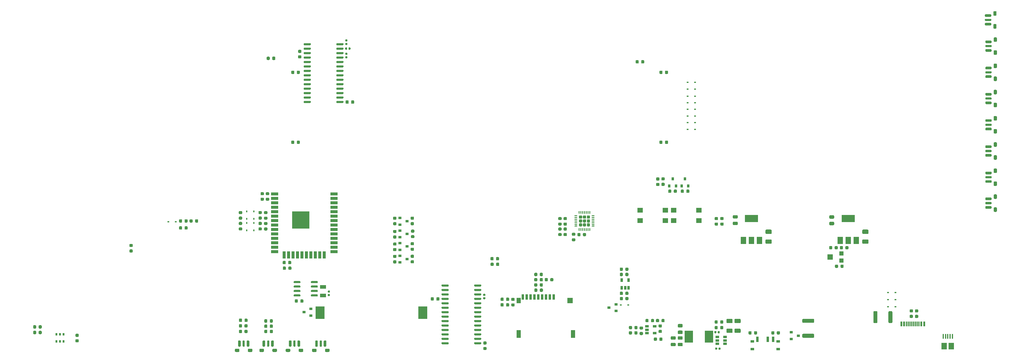
<source format=gtp>
G04 #@! TF.GenerationSoftware,KiCad,Pcbnew,(5.1.6)-1*
G04 #@! TF.CreationDate,2020-08-27T22:54:22+08:00*
G04 #@! TF.ProjectId,ESP32-Wall-Clock,45535033-322d-4576-916c-6c2d436c6f63,1.0a*
G04 #@! TF.SameCoordinates,Original*
G04 #@! TF.FileFunction,Paste,Top*
G04 #@! TF.FilePolarity,Positive*
%FSLAX46Y46*%
G04 Gerber Fmt 4.6, Leading zero omitted, Abs format (unit mm)*
G04 Created by KiCad (PCBNEW (5.1.6)-1) date 2020-08-27 22:54:22*
%MOMM*%
%LPD*%
G01*
G04 APERTURE LIST*
%ADD10R,1.600000X1.500000*%
%ADD11R,1.200000X2.200000*%
%ADD12R,1.200000X1.500000*%
%ADD13R,0.700000X1.600000*%
%ADD14R,1.600000X1.400000*%
%ADD15R,0.600000X1.450000*%
%ADD16R,0.300000X1.450000*%
%ADD17R,1.500000X1.900000*%
%ADD18R,0.400000X1.350000*%
%ADD19R,0.600000X0.450000*%
%ADD20R,1.500000X1.600000*%
%ADD21R,1.200000X1.200000*%
%ADD22R,0.500000X0.800000*%
%ADD23R,2.600000X3.600000*%
%ADD24R,1.800000X1.000000*%
%ADD25R,0.900000X0.800000*%
%ADD26R,1.060000X0.650000*%
%ADD27R,3.800000X2.000000*%
%ADD28R,1.500000X2.000000*%
%ADD29R,0.700000X1.500000*%
%ADD30R,1.000000X0.800000*%
%ADD31R,2.350000X3.500000*%
%ADD32R,0.650000X1.060000*%
%ADD33R,2.000000X0.900000*%
%ADD34R,0.900000X2.000000*%
%ADD35R,5.000000X5.000000*%
%ADD36R,0.800000X0.900000*%
%ADD37R,0.450000X0.600000*%
G04 APERTURE END LIST*
D10*
X178250000Y-135250000D03*
D11*
X179150000Y-144850000D03*
X163650000Y-144850000D03*
D12*
X163650000Y-135250000D03*
D13*
X164800000Y-134250000D03*
X165900000Y-134250000D03*
X167000000Y-134250000D03*
X168100000Y-134250000D03*
X169200000Y-134250000D03*
X170300000Y-134250000D03*
X171400000Y-134250000D03*
X172500000Y-134250000D03*
X173600000Y-134250000D03*
D14*
X207800000Y-112400000D03*
X215000000Y-112400000D03*
X207800000Y-109400000D03*
X215000000Y-109400000D03*
X198300000Y-112400000D03*
X205500000Y-112400000D03*
X198300000Y-109400000D03*
X205500000Y-109400000D03*
G36*
G01*
X299775000Y-106200000D02*
X299325000Y-106200000D01*
G75*
G02*
X299100000Y-105975000I0J225000D01*
G01*
X299100000Y-105125000D01*
G75*
G02*
X299325000Y-104900000I225000J0D01*
G01*
X299775000Y-104900000D01*
G75*
G02*
X300000000Y-105125000I0J-225000D01*
G01*
X300000000Y-105975000D01*
G75*
G02*
X299775000Y-106200000I-225000J0D01*
G01*
G37*
G36*
G01*
X299775000Y-109900000D02*
X299325000Y-109900000D01*
G75*
G02*
X299100000Y-109675000I0J225000D01*
G01*
X299100000Y-108825000D01*
G75*
G02*
X299325000Y-108600000I225000J0D01*
G01*
X299775000Y-108600000D01*
G75*
G02*
X300000000Y-108825000I0J-225000D01*
G01*
X300000000Y-109675000D01*
G75*
G02*
X299775000Y-109900000I-225000J0D01*
G01*
G37*
G36*
G01*
X298350000Y-107700000D02*
X296850000Y-107700000D01*
G75*
G02*
X296700000Y-107550000I0J150000D01*
G01*
X296700000Y-107250000D01*
G75*
G02*
X296850000Y-107100000I150000J0D01*
G01*
X298350000Y-107100000D01*
G75*
G02*
X298500000Y-107250000I0J-150000D01*
G01*
X298500000Y-107550000D01*
G75*
G02*
X298350000Y-107700000I-150000J0D01*
G01*
G37*
G36*
G01*
X298312500Y-106550000D02*
X296887500Y-106550000D01*
G75*
G02*
X296700000Y-106362500I0J187500D01*
G01*
X296700000Y-105987500D01*
G75*
G02*
X296887500Y-105800000I187500J0D01*
G01*
X298312500Y-105800000D01*
G75*
G02*
X298500000Y-105987500I0J-187500D01*
G01*
X298500000Y-106362500D01*
G75*
G02*
X298312500Y-106550000I-187500J0D01*
G01*
G37*
G36*
G01*
X298312500Y-109000000D02*
X296887500Y-109000000D01*
G75*
G02*
X296700000Y-108812500I0J187500D01*
G01*
X296700000Y-108437500D01*
G75*
G02*
X296887500Y-108250000I187500J0D01*
G01*
X298312500Y-108250000D01*
G75*
G02*
X298500000Y-108437500I0J-187500D01*
G01*
X298500000Y-108812500D01*
G75*
G02*
X298312500Y-109000000I-187500J0D01*
G01*
G37*
G36*
G01*
X299775000Y-98800000D02*
X299325000Y-98800000D01*
G75*
G02*
X299100000Y-98575000I0J225000D01*
G01*
X299100000Y-97725000D01*
G75*
G02*
X299325000Y-97500000I225000J0D01*
G01*
X299775000Y-97500000D01*
G75*
G02*
X300000000Y-97725000I0J-225000D01*
G01*
X300000000Y-98575000D01*
G75*
G02*
X299775000Y-98800000I-225000J0D01*
G01*
G37*
G36*
G01*
X299775000Y-102500000D02*
X299325000Y-102500000D01*
G75*
G02*
X299100000Y-102275000I0J225000D01*
G01*
X299100000Y-101425000D01*
G75*
G02*
X299325000Y-101200000I225000J0D01*
G01*
X299775000Y-101200000D01*
G75*
G02*
X300000000Y-101425000I0J-225000D01*
G01*
X300000000Y-102275000D01*
G75*
G02*
X299775000Y-102500000I-225000J0D01*
G01*
G37*
G36*
G01*
X298350000Y-100300000D02*
X296850000Y-100300000D01*
G75*
G02*
X296700000Y-100150000I0J150000D01*
G01*
X296700000Y-99850000D01*
G75*
G02*
X296850000Y-99700000I150000J0D01*
G01*
X298350000Y-99700000D01*
G75*
G02*
X298500000Y-99850000I0J-150000D01*
G01*
X298500000Y-100150000D01*
G75*
G02*
X298350000Y-100300000I-150000J0D01*
G01*
G37*
G36*
G01*
X298312500Y-99150000D02*
X296887500Y-99150000D01*
G75*
G02*
X296700000Y-98962500I0J187500D01*
G01*
X296700000Y-98587500D01*
G75*
G02*
X296887500Y-98400000I187500J0D01*
G01*
X298312500Y-98400000D01*
G75*
G02*
X298500000Y-98587500I0J-187500D01*
G01*
X298500000Y-98962500D01*
G75*
G02*
X298312500Y-99150000I-187500J0D01*
G01*
G37*
G36*
G01*
X298312500Y-101600000D02*
X296887500Y-101600000D01*
G75*
G02*
X296700000Y-101412500I0J187500D01*
G01*
X296700000Y-101037500D01*
G75*
G02*
X296887500Y-100850000I187500J0D01*
G01*
X298312500Y-100850000D01*
G75*
G02*
X298500000Y-101037500I0J-187500D01*
G01*
X298500000Y-101412500D01*
G75*
G02*
X298312500Y-101600000I-187500J0D01*
G01*
G37*
G36*
G01*
X299775000Y-91300000D02*
X299325000Y-91300000D01*
G75*
G02*
X299100000Y-91075000I0J225000D01*
G01*
X299100000Y-90225000D01*
G75*
G02*
X299325000Y-90000000I225000J0D01*
G01*
X299775000Y-90000000D01*
G75*
G02*
X300000000Y-90225000I0J-225000D01*
G01*
X300000000Y-91075000D01*
G75*
G02*
X299775000Y-91300000I-225000J0D01*
G01*
G37*
G36*
G01*
X299775000Y-95000000D02*
X299325000Y-95000000D01*
G75*
G02*
X299100000Y-94775000I0J225000D01*
G01*
X299100000Y-93925000D01*
G75*
G02*
X299325000Y-93700000I225000J0D01*
G01*
X299775000Y-93700000D01*
G75*
G02*
X300000000Y-93925000I0J-225000D01*
G01*
X300000000Y-94775000D01*
G75*
G02*
X299775000Y-95000000I-225000J0D01*
G01*
G37*
G36*
G01*
X298350000Y-92800000D02*
X296850000Y-92800000D01*
G75*
G02*
X296700000Y-92650000I0J150000D01*
G01*
X296700000Y-92350000D01*
G75*
G02*
X296850000Y-92200000I150000J0D01*
G01*
X298350000Y-92200000D01*
G75*
G02*
X298500000Y-92350000I0J-150000D01*
G01*
X298500000Y-92650000D01*
G75*
G02*
X298350000Y-92800000I-150000J0D01*
G01*
G37*
G36*
G01*
X298312500Y-91650000D02*
X296887500Y-91650000D01*
G75*
G02*
X296700000Y-91462500I0J187500D01*
G01*
X296700000Y-91087500D01*
G75*
G02*
X296887500Y-90900000I187500J0D01*
G01*
X298312500Y-90900000D01*
G75*
G02*
X298500000Y-91087500I0J-187500D01*
G01*
X298500000Y-91462500D01*
G75*
G02*
X298312500Y-91650000I-187500J0D01*
G01*
G37*
G36*
G01*
X298312500Y-94100000D02*
X296887500Y-94100000D01*
G75*
G02*
X296700000Y-93912500I0J187500D01*
G01*
X296700000Y-93537500D01*
G75*
G02*
X296887500Y-93350000I187500J0D01*
G01*
X298312500Y-93350000D01*
G75*
G02*
X298500000Y-93537500I0J-187500D01*
G01*
X298500000Y-93912500D01*
G75*
G02*
X298312500Y-94100000I-187500J0D01*
G01*
G37*
G36*
G01*
X299775000Y-83800000D02*
X299325000Y-83800000D01*
G75*
G02*
X299100000Y-83575000I0J225000D01*
G01*
X299100000Y-82725000D01*
G75*
G02*
X299325000Y-82500000I225000J0D01*
G01*
X299775000Y-82500000D01*
G75*
G02*
X300000000Y-82725000I0J-225000D01*
G01*
X300000000Y-83575000D01*
G75*
G02*
X299775000Y-83800000I-225000J0D01*
G01*
G37*
G36*
G01*
X299775000Y-87500000D02*
X299325000Y-87500000D01*
G75*
G02*
X299100000Y-87275000I0J225000D01*
G01*
X299100000Y-86425000D01*
G75*
G02*
X299325000Y-86200000I225000J0D01*
G01*
X299775000Y-86200000D01*
G75*
G02*
X300000000Y-86425000I0J-225000D01*
G01*
X300000000Y-87275000D01*
G75*
G02*
X299775000Y-87500000I-225000J0D01*
G01*
G37*
G36*
G01*
X298350000Y-85300000D02*
X296850000Y-85300000D01*
G75*
G02*
X296700000Y-85150000I0J150000D01*
G01*
X296700000Y-84850000D01*
G75*
G02*
X296850000Y-84700000I150000J0D01*
G01*
X298350000Y-84700000D01*
G75*
G02*
X298500000Y-84850000I0J-150000D01*
G01*
X298500000Y-85150000D01*
G75*
G02*
X298350000Y-85300000I-150000J0D01*
G01*
G37*
G36*
G01*
X298312500Y-84150000D02*
X296887500Y-84150000D01*
G75*
G02*
X296700000Y-83962500I0J187500D01*
G01*
X296700000Y-83587500D01*
G75*
G02*
X296887500Y-83400000I187500J0D01*
G01*
X298312500Y-83400000D01*
G75*
G02*
X298500000Y-83587500I0J-187500D01*
G01*
X298500000Y-83962500D01*
G75*
G02*
X298312500Y-84150000I-187500J0D01*
G01*
G37*
G36*
G01*
X298312500Y-86600000D02*
X296887500Y-86600000D01*
G75*
G02*
X296700000Y-86412500I0J187500D01*
G01*
X296700000Y-86037500D01*
G75*
G02*
X296887500Y-85850000I187500J0D01*
G01*
X298312500Y-85850000D01*
G75*
G02*
X298500000Y-86037500I0J-187500D01*
G01*
X298500000Y-86412500D01*
G75*
G02*
X298312500Y-86600000I-187500J0D01*
G01*
G37*
G36*
G01*
X299775000Y-76300000D02*
X299325000Y-76300000D01*
G75*
G02*
X299100000Y-76075000I0J225000D01*
G01*
X299100000Y-75225000D01*
G75*
G02*
X299325000Y-75000000I225000J0D01*
G01*
X299775000Y-75000000D01*
G75*
G02*
X300000000Y-75225000I0J-225000D01*
G01*
X300000000Y-76075000D01*
G75*
G02*
X299775000Y-76300000I-225000J0D01*
G01*
G37*
G36*
G01*
X299775000Y-80000000D02*
X299325000Y-80000000D01*
G75*
G02*
X299100000Y-79775000I0J225000D01*
G01*
X299100000Y-78925000D01*
G75*
G02*
X299325000Y-78700000I225000J0D01*
G01*
X299775000Y-78700000D01*
G75*
G02*
X300000000Y-78925000I0J-225000D01*
G01*
X300000000Y-79775000D01*
G75*
G02*
X299775000Y-80000000I-225000J0D01*
G01*
G37*
G36*
G01*
X298350000Y-77800000D02*
X296850000Y-77800000D01*
G75*
G02*
X296700000Y-77650000I0J150000D01*
G01*
X296700000Y-77350000D01*
G75*
G02*
X296850000Y-77200000I150000J0D01*
G01*
X298350000Y-77200000D01*
G75*
G02*
X298500000Y-77350000I0J-150000D01*
G01*
X298500000Y-77650000D01*
G75*
G02*
X298350000Y-77800000I-150000J0D01*
G01*
G37*
G36*
G01*
X298312500Y-76650000D02*
X296887500Y-76650000D01*
G75*
G02*
X296700000Y-76462500I0J187500D01*
G01*
X296700000Y-76087500D01*
G75*
G02*
X296887500Y-75900000I187500J0D01*
G01*
X298312500Y-75900000D01*
G75*
G02*
X298500000Y-76087500I0J-187500D01*
G01*
X298500000Y-76462500D01*
G75*
G02*
X298312500Y-76650000I-187500J0D01*
G01*
G37*
G36*
G01*
X298312500Y-79100000D02*
X296887500Y-79100000D01*
G75*
G02*
X296700000Y-78912500I0J187500D01*
G01*
X296700000Y-78537500D01*
G75*
G02*
X296887500Y-78350000I187500J0D01*
G01*
X298312500Y-78350000D01*
G75*
G02*
X298500000Y-78537500I0J-187500D01*
G01*
X298500000Y-78912500D01*
G75*
G02*
X298312500Y-79100000I-187500J0D01*
G01*
G37*
G36*
G01*
X299775000Y-68800000D02*
X299325000Y-68800000D01*
G75*
G02*
X299100000Y-68575000I0J225000D01*
G01*
X299100000Y-67725000D01*
G75*
G02*
X299325000Y-67500000I225000J0D01*
G01*
X299775000Y-67500000D01*
G75*
G02*
X300000000Y-67725000I0J-225000D01*
G01*
X300000000Y-68575000D01*
G75*
G02*
X299775000Y-68800000I-225000J0D01*
G01*
G37*
G36*
G01*
X299775000Y-72500000D02*
X299325000Y-72500000D01*
G75*
G02*
X299100000Y-72275000I0J225000D01*
G01*
X299100000Y-71425000D01*
G75*
G02*
X299325000Y-71200000I225000J0D01*
G01*
X299775000Y-71200000D01*
G75*
G02*
X300000000Y-71425000I0J-225000D01*
G01*
X300000000Y-72275000D01*
G75*
G02*
X299775000Y-72500000I-225000J0D01*
G01*
G37*
G36*
G01*
X298350000Y-70300000D02*
X296850000Y-70300000D01*
G75*
G02*
X296700000Y-70150000I0J150000D01*
G01*
X296700000Y-69850000D01*
G75*
G02*
X296850000Y-69700000I150000J0D01*
G01*
X298350000Y-69700000D01*
G75*
G02*
X298500000Y-69850000I0J-150000D01*
G01*
X298500000Y-70150000D01*
G75*
G02*
X298350000Y-70300000I-150000J0D01*
G01*
G37*
G36*
G01*
X298312500Y-69150000D02*
X296887500Y-69150000D01*
G75*
G02*
X296700000Y-68962500I0J187500D01*
G01*
X296700000Y-68587500D01*
G75*
G02*
X296887500Y-68400000I187500J0D01*
G01*
X298312500Y-68400000D01*
G75*
G02*
X298500000Y-68587500I0J-187500D01*
G01*
X298500000Y-68962500D01*
G75*
G02*
X298312500Y-69150000I-187500J0D01*
G01*
G37*
G36*
G01*
X298312500Y-71600000D02*
X296887500Y-71600000D01*
G75*
G02*
X296700000Y-71412500I0J187500D01*
G01*
X296700000Y-71037500D01*
G75*
G02*
X296887500Y-70850000I187500J0D01*
G01*
X298312500Y-70850000D01*
G75*
G02*
X298500000Y-71037500I0J-187500D01*
G01*
X298500000Y-71412500D01*
G75*
G02*
X298312500Y-71600000I-187500J0D01*
G01*
G37*
G36*
G01*
X299775000Y-61300000D02*
X299325000Y-61300000D01*
G75*
G02*
X299100000Y-61075000I0J225000D01*
G01*
X299100000Y-60225000D01*
G75*
G02*
X299325000Y-60000000I225000J0D01*
G01*
X299775000Y-60000000D01*
G75*
G02*
X300000000Y-60225000I0J-225000D01*
G01*
X300000000Y-61075000D01*
G75*
G02*
X299775000Y-61300000I-225000J0D01*
G01*
G37*
G36*
G01*
X299775000Y-65000000D02*
X299325000Y-65000000D01*
G75*
G02*
X299100000Y-64775000I0J225000D01*
G01*
X299100000Y-63925000D01*
G75*
G02*
X299325000Y-63700000I225000J0D01*
G01*
X299775000Y-63700000D01*
G75*
G02*
X300000000Y-63925000I0J-225000D01*
G01*
X300000000Y-64775000D01*
G75*
G02*
X299775000Y-65000000I-225000J0D01*
G01*
G37*
G36*
G01*
X298350000Y-62800000D02*
X296850000Y-62800000D01*
G75*
G02*
X296700000Y-62650000I0J150000D01*
G01*
X296700000Y-62350000D01*
G75*
G02*
X296850000Y-62200000I150000J0D01*
G01*
X298350000Y-62200000D01*
G75*
G02*
X298500000Y-62350000I0J-150000D01*
G01*
X298500000Y-62650000D01*
G75*
G02*
X298350000Y-62800000I-150000J0D01*
G01*
G37*
G36*
G01*
X298312500Y-61650000D02*
X296887500Y-61650000D01*
G75*
G02*
X296700000Y-61462500I0J187500D01*
G01*
X296700000Y-61087500D01*
G75*
G02*
X296887500Y-60900000I187500J0D01*
G01*
X298312500Y-60900000D01*
G75*
G02*
X298500000Y-61087500I0J-187500D01*
G01*
X298500000Y-61462500D01*
G75*
G02*
X298312500Y-61650000I-187500J0D01*
G01*
G37*
G36*
G01*
X298312500Y-64100000D02*
X296887500Y-64100000D01*
G75*
G02*
X296700000Y-63912500I0J187500D01*
G01*
X296700000Y-63537500D01*
G75*
G02*
X296887500Y-63350000I187500J0D01*
G01*
X298312500Y-63350000D01*
G75*
G02*
X298500000Y-63537500I0J-187500D01*
G01*
X298500000Y-63912500D01*
G75*
G02*
X298312500Y-64100000I-187500J0D01*
G01*
G37*
G36*
G01*
X108400000Y-149725000D02*
X108400000Y-149275000D01*
G75*
G02*
X108625000Y-149050000I225000J0D01*
G01*
X109475000Y-149050000D01*
G75*
G02*
X109700000Y-149275000I0J-225000D01*
G01*
X109700000Y-149725000D01*
G75*
G02*
X109475000Y-149950000I-225000J0D01*
G01*
X108625000Y-149950000D01*
G75*
G02*
X108400000Y-149725000I0J225000D01*
G01*
G37*
G36*
G01*
X104700000Y-149725000D02*
X104700000Y-149275000D01*
G75*
G02*
X104925000Y-149050000I225000J0D01*
G01*
X105775000Y-149050000D01*
G75*
G02*
X106000000Y-149275000I0J-225000D01*
G01*
X106000000Y-149725000D01*
G75*
G02*
X105775000Y-149950000I-225000J0D01*
G01*
X104925000Y-149950000D01*
G75*
G02*
X104700000Y-149725000I0J225000D01*
G01*
G37*
G36*
G01*
X106900000Y-148300000D02*
X106900000Y-146800000D01*
G75*
G02*
X107050000Y-146650000I150000J0D01*
G01*
X107350000Y-146650000D01*
G75*
G02*
X107500000Y-146800000I0J-150000D01*
G01*
X107500000Y-148300000D01*
G75*
G02*
X107350000Y-148450000I-150000J0D01*
G01*
X107050000Y-148450000D01*
G75*
G02*
X106900000Y-148300000I0J150000D01*
G01*
G37*
G36*
G01*
X108050000Y-148262500D02*
X108050000Y-146837500D01*
G75*
G02*
X108237500Y-146650000I187500J0D01*
G01*
X108612500Y-146650000D01*
G75*
G02*
X108800000Y-146837500I0J-187500D01*
G01*
X108800000Y-148262500D01*
G75*
G02*
X108612500Y-148450000I-187500J0D01*
G01*
X108237500Y-148450000D01*
G75*
G02*
X108050000Y-148262500I0J187500D01*
G01*
G37*
G36*
G01*
X105600000Y-148262500D02*
X105600000Y-146837500D01*
G75*
G02*
X105787500Y-146650000I187500J0D01*
G01*
X106162500Y-146650000D01*
G75*
G02*
X106350000Y-146837500I0J-187500D01*
G01*
X106350000Y-148262500D01*
G75*
G02*
X106162500Y-148450000I-187500J0D01*
G01*
X105787500Y-148450000D01*
G75*
G02*
X105600000Y-148262500I0J187500D01*
G01*
G37*
G36*
G01*
X299675000Y-53800000D02*
X299225000Y-53800000D01*
G75*
G02*
X299000000Y-53575000I0J225000D01*
G01*
X299000000Y-52725000D01*
G75*
G02*
X299225000Y-52500000I225000J0D01*
G01*
X299675000Y-52500000D01*
G75*
G02*
X299900000Y-52725000I0J-225000D01*
G01*
X299900000Y-53575000D01*
G75*
G02*
X299675000Y-53800000I-225000J0D01*
G01*
G37*
G36*
G01*
X299675000Y-57500000D02*
X299225000Y-57500000D01*
G75*
G02*
X299000000Y-57275000I0J225000D01*
G01*
X299000000Y-56425000D01*
G75*
G02*
X299225000Y-56200000I225000J0D01*
G01*
X299675000Y-56200000D01*
G75*
G02*
X299900000Y-56425000I0J-225000D01*
G01*
X299900000Y-57275000D01*
G75*
G02*
X299675000Y-57500000I-225000J0D01*
G01*
G37*
G36*
G01*
X298250000Y-55300000D02*
X296750000Y-55300000D01*
G75*
G02*
X296600000Y-55150000I0J150000D01*
G01*
X296600000Y-54850000D01*
G75*
G02*
X296750000Y-54700000I150000J0D01*
G01*
X298250000Y-54700000D01*
G75*
G02*
X298400000Y-54850000I0J-150000D01*
G01*
X298400000Y-55150000D01*
G75*
G02*
X298250000Y-55300000I-150000J0D01*
G01*
G37*
G36*
G01*
X298212500Y-54150000D02*
X296787500Y-54150000D01*
G75*
G02*
X296600000Y-53962500I0J187500D01*
G01*
X296600000Y-53587500D01*
G75*
G02*
X296787500Y-53400000I187500J0D01*
G01*
X298212500Y-53400000D01*
G75*
G02*
X298400000Y-53587500I0J-187500D01*
G01*
X298400000Y-53962500D01*
G75*
G02*
X298212500Y-54150000I-187500J0D01*
G01*
G37*
G36*
G01*
X298212500Y-56600000D02*
X296787500Y-56600000D01*
G75*
G02*
X296600000Y-56412500I0J187500D01*
G01*
X296600000Y-56037500D01*
G75*
G02*
X296787500Y-55850000I187500J0D01*
G01*
X298212500Y-55850000D01*
G75*
G02*
X298400000Y-56037500I0J-187500D01*
G01*
X298400000Y-56412500D01*
G75*
G02*
X298212500Y-56600000I-187500J0D01*
G01*
G37*
G36*
G01*
X86400000Y-149725000D02*
X86400000Y-149275000D01*
G75*
G02*
X86625000Y-149050000I225000J0D01*
G01*
X87475000Y-149050000D01*
G75*
G02*
X87700000Y-149275000I0J-225000D01*
G01*
X87700000Y-149725000D01*
G75*
G02*
X87475000Y-149950000I-225000J0D01*
G01*
X86625000Y-149950000D01*
G75*
G02*
X86400000Y-149725000I0J225000D01*
G01*
G37*
G36*
G01*
X82700000Y-149725000D02*
X82700000Y-149275000D01*
G75*
G02*
X82925000Y-149050000I225000J0D01*
G01*
X83775000Y-149050000D01*
G75*
G02*
X84000000Y-149275000I0J-225000D01*
G01*
X84000000Y-149725000D01*
G75*
G02*
X83775000Y-149950000I-225000J0D01*
G01*
X82925000Y-149950000D01*
G75*
G02*
X82700000Y-149725000I0J225000D01*
G01*
G37*
G36*
G01*
X84900000Y-148300000D02*
X84900000Y-146800000D01*
G75*
G02*
X85050000Y-146650000I150000J0D01*
G01*
X85350000Y-146650000D01*
G75*
G02*
X85500000Y-146800000I0J-150000D01*
G01*
X85500000Y-148300000D01*
G75*
G02*
X85350000Y-148450000I-150000J0D01*
G01*
X85050000Y-148450000D01*
G75*
G02*
X84900000Y-148300000I0J150000D01*
G01*
G37*
G36*
G01*
X86050000Y-148262500D02*
X86050000Y-146837500D01*
G75*
G02*
X86237500Y-146650000I187500J0D01*
G01*
X86612500Y-146650000D01*
G75*
G02*
X86800000Y-146837500I0J-187500D01*
G01*
X86800000Y-148262500D01*
G75*
G02*
X86612500Y-148450000I-187500J0D01*
G01*
X86237500Y-148450000D01*
G75*
G02*
X86050000Y-148262500I0J187500D01*
G01*
G37*
G36*
G01*
X83600000Y-148262500D02*
X83600000Y-146837500D01*
G75*
G02*
X83787500Y-146650000I187500J0D01*
G01*
X84162500Y-146650000D01*
G75*
G02*
X84350000Y-146837500I0J-187500D01*
G01*
X84350000Y-148262500D01*
G75*
G02*
X84162500Y-148450000I-187500J0D01*
G01*
X83787500Y-148450000D01*
G75*
G02*
X83600000Y-148262500I0J187500D01*
G01*
G37*
G36*
G01*
X100900000Y-149725000D02*
X100900000Y-149275000D01*
G75*
G02*
X101125000Y-149050000I225000J0D01*
G01*
X101975000Y-149050000D01*
G75*
G02*
X102200000Y-149275000I0J-225000D01*
G01*
X102200000Y-149725000D01*
G75*
G02*
X101975000Y-149950000I-225000J0D01*
G01*
X101125000Y-149950000D01*
G75*
G02*
X100900000Y-149725000I0J225000D01*
G01*
G37*
G36*
G01*
X97200000Y-149725000D02*
X97200000Y-149275000D01*
G75*
G02*
X97425000Y-149050000I225000J0D01*
G01*
X98275000Y-149050000D01*
G75*
G02*
X98500000Y-149275000I0J-225000D01*
G01*
X98500000Y-149725000D01*
G75*
G02*
X98275000Y-149950000I-225000J0D01*
G01*
X97425000Y-149950000D01*
G75*
G02*
X97200000Y-149725000I0J225000D01*
G01*
G37*
G36*
G01*
X99400000Y-148300000D02*
X99400000Y-146800000D01*
G75*
G02*
X99550000Y-146650000I150000J0D01*
G01*
X99850000Y-146650000D01*
G75*
G02*
X100000000Y-146800000I0J-150000D01*
G01*
X100000000Y-148300000D01*
G75*
G02*
X99850000Y-148450000I-150000J0D01*
G01*
X99550000Y-148450000D01*
G75*
G02*
X99400000Y-148300000I0J150000D01*
G01*
G37*
G36*
G01*
X100550000Y-148262500D02*
X100550000Y-146837500D01*
G75*
G02*
X100737500Y-146650000I187500J0D01*
G01*
X101112500Y-146650000D01*
G75*
G02*
X101300000Y-146837500I0J-187500D01*
G01*
X101300000Y-148262500D01*
G75*
G02*
X101112500Y-148450000I-187500J0D01*
G01*
X100737500Y-148450000D01*
G75*
G02*
X100550000Y-148262500I0J187500D01*
G01*
G37*
G36*
G01*
X98100000Y-148262500D02*
X98100000Y-146837500D01*
G75*
G02*
X98287500Y-146650000I187500J0D01*
G01*
X98662500Y-146650000D01*
G75*
G02*
X98850000Y-146837500I0J-187500D01*
G01*
X98850000Y-148262500D01*
G75*
G02*
X98662500Y-148450000I-187500J0D01*
G01*
X98287500Y-148450000D01*
G75*
G02*
X98100000Y-148262500I0J187500D01*
G01*
G37*
G36*
G01*
X93400000Y-149725000D02*
X93400000Y-149275000D01*
G75*
G02*
X93625000Y-149050000I225000J0D01*
G01*
X94475000Y-149050000D01*
G75*
G02*
X94700000Y-149275000I0J-225000D01*
G01*
X94700000Y-149725000D01*
G75*
G02*
X94475000Y-149950000I-225000J0D01*
G01*
X93625000Y-149950000D01*
G75*
G02*
X93400000Y-149725000I0J225000D01*
G01*
G37*
G36*
G01*
X89700000Y-149725000D02*
X89700000Y-149275000D01*
G75*
G02*
X89925000Y-149050000I225000J0D01*
G01*
X90775000Y-149050000D01*
G75*
G02*
X91000000Y-149275000I0J-225000D01*
G01*
X91000000Y-149725000D01*
G75*
G02*
X90775000Y-149950000I-225000J0D01*
G01*
X89925000Y-149950000D01*
G75*
G02*
X89700000Y-149725000I0J225000D01*
G01*
G37*
G36*
G01*
X91900000Y-148300000D02*
X91900000Y-146800000D01*
G75*
G02*
X92050000Y-146650000I150000J0D01*
G01*
X92350000Y-146650000D01*
G75*
G02*
X92500000Y-146800000I0J-150000D01*
G01*
X92500000Y-148300000D01*
G75*
G02*
X92350000Y-148450000I-150000J0D01*
G01*
X92050000Y-148450000D01*
G75*
G02*
X91900000Y-148300000I0J150000D01*
G01*
G37*
G36*
G01*
X93050000Y-148262500D02*
X93050000Y-146837500D01*
G75*
G02*
X93237500Y-146650000I187500J0D01*
G01*
X93612500Y-146650000D01*
G75*
G02*
X93800000Y-146837500I0J-187500D01*
G01*
X93800000Y-148262500D01*
G75*
G02*
X93612500Y-148450000I-187500J0D01*
G01*
X93237500Y-148450000D01*
G75*
G02*
X93050000Y-148262500I0J187500D01*
G01*
G37*
G36*
G01*
X90600000Y-148262500D02*
X90600000Y-146837500D01*
G75*
G02*
X90787500Y-146650000I187500J0D01*
G01*
X91162500Y-146650000D01*
G75*
G02*
X91350000Y-146837500I0J-187500D01*
G01*
X91350000Y-148262500D01*
G75*
G02*
X91162500Y-148450000I-187500J0D01*
G01*
X90787500Y-148450000D01*
G75*
G02*
X90600000Y-148262500I0J187500D01*
G01*
G37*
D15*
X279250000Y-141955000D03*
X278450000Y-141955000D03*
X273550000Y-141955000D03*
X272750000Y-141955000D03*
X272750000Y-141955000D03*
X273550000Y-141955000D03*
X278450000Y-141955000D03*
X279250000Y-141955000D03*
D16*
X274250000Y-141955000D03*
X274750000Y-141955000D03*
X275250000Y-141955000D03*
X276250000Y-141955000D03*
X276750000Y-141955000D03*
X277250000Y-141955000D03*
X277750000Y-141955000D03*
X275750000Y-141955000D03*
D17*
X285000000Y-148337500D03*
D18*
X286000000Y-145537500D03*
X286650000Y-145537500D03*
X287300000Y-145537500D03*
X284700000Y-145537500D03*
X285350000Y-145537500D03*
D17*
X287000000Y-148337500D03*
G36*
G01*
X71350000Y-112756250D02*
X71350000Y-112243750D01*
G75*
G02*
X71568750Y-112025000I218750J0D01*
G01*
X72006250Y-112025000D01*
G75*
G02*
X72225000Y-112243750I0J-218750D01*
G01*
X72225000Y-112756250D01*
G75*
G02*
X72006250Y-112975000I-218750J0D01*
G01*
X71568750Y-112975000D01*
G75*
G02*
X71350000Y-112756250I0J218750D01*
G01*
G37*
G36*
G01*
X69775000Y-112756250D02*
X69775000Y-112243750D01*
G75*
G02*
X69993750Y-112025000I218750J0D01*
G01*
X70431250Y-112025000D01*
G75*
G02*
X70650000Y-112243750I0J-218750D01*
G01*
X70650000Y-112756250D01*
G75*
G02*
X70431250Y-112975000I-218750J0D01*
G01*
X69993750Y-112975000D01*
G75*
G02*
X69775000Y-112756250I0J218750D01*
G01*
G37*
G36*
G01*
X67650000Y-112243750D02*
X67650000Y-112756250D01*
G75*
G02*
X67431250Y-112975000I-218750J0D01*
G01*
X66993750Y-112975000D01*
G75*
G02*
X66775000Y-112756250I0J218750D01*
G01*
X66775000Y-112243750D01*
G75*
G02*
X66993750Y-112025000I218750J0D01*
G01*
X67431250Y-112025000D01*
G75*
G02*
X67650000Y-112243750I0J-218750D01*
G01*
G37*
G36*
G01*
X69225000Y-112243750D02*
X69225000Y-112756250D01*
G75*
G02*
X69006250Y-112975000I-218750J0D01*
G01*
X68568750Y-112975000D01*
G75*
G02*
X68350000Y-112756250I0J218750D01*
G01*
X68350000Y-112243750D01*
G75*
G02*
X68568750Y-112025000I218750J0D01*
G01*
X69006250Y-112025000D01*
G75*
G02*
X69225000Y-112243750I0J-218750D01*
G01*
G37*
D19*
X65850000Y-112700000D03*
X63750000Y-112700000D03*
G36*
G01*
X67650000Y-114243750D02*
X67650000Y-114756250D01*
G75*
G02*
X67431250Y-114975000I-218750J0D01*
G01*
X66993750Y-114975000D01*
G75*
G02*
X66775000Y-114756250I0J218750D01*
G01*
X66775000Y-114243750D01*
G75*
G02*
X66993750Y-114025000I218750J0D01*
G01*
X67431250Y-114025000D01*
G75*
G02*
X67650000Y-114243750I0J-218750D01*
G01*
G37*
G36*
G01*
X69225000Y-114243750D02*
X69225000Y-114756250D01*
G75*
G02*
X69006250Y-114975000I-218750J0D01*
G01*
X68568750Y-114975000D01*
G75*
G02*
X68350000Y-114756250I0J218750D01*
G01*
X68350000Y-114243750D01*
G75*
G02*
X68568750Y-114025000I218750J0D01*
G01*
X69006250Y-114025000D01*
G75*
G02*
X69225000Y-114243750I0J-218750D01*
G01*
G37*
G36*
G01*
X90243750Y-105850000D02*
X90756250Y-105850000D01*
G75*
G02*
X90975000Y-106068750I0J-218750D01*
G01*
X90975000Y-106506250D01*
G75*
G02*
X90756250Y-106725000I-218750J0D01*
G01*
X90243750Y-106725000D01*
G75*
G02*
X90025000Y-106506250I0J218750D01*
G01*
X90025000Y-106068750D01*
G75*
G02*
X90243750Y-105850000I218750J0D01*
G01*
G37*
G36*
G01*
X90243750Y-104275000D02*
X90756250Y-104275000D01*
G75*
G02*
X90975000Y-104493750I0J-218750D01*
G01*
X90975000Y-104931250D01*
G75*
G02*
X90756250Y-105150000I-218750J0D01*
G01*
X90243750Y-105150000D01*
G75*
G02*
X90025000Y-104931250I0J218750D01*
G01*
X90025000Y-104493750D01*
G75*
G02*
X90243750Y-104275000I218750J0D01*
G01*
G37*
D20*
X252450000Y-122800000D03*
D21*
X255700000Y-121800000D03*
X255700000Y-123800000D03*
G36*
G01*
X253750000Y-120406250D02*
X253750000Y-119893750D01*
G75*
G02*
X253968750Y-119675000I218750J0D01*
G01*
X254406250Y-119675000D01*
G75*
G02*
X254625000Y-119893750I0J-218750D01*
G01*
X254625000Y-120406250D01*
G75*
G02*
X254406250Y-120625000I-218750J0D01*
G01*
X253968750Y-120625000D01*
G75*
G02*
X253750000Y-120406250I0J218750D01*
G01*
G37*
G36*
G01*
X252175000Y-120406250D02*
X252175000Y-119893750D01*
G75*
G02*
X252393750Y-119675000I218750J0D01*
G01*
X252831250Y-119675000D01*
G75*
G02*
X253050000Y-119893750I0J-218750D01*
G01*
X253050000Y-120406250D01*
G75*
G02*
X252831250Y-120625000I-218750J0D01*
G01*
X252393750Y-120625000D01*
G75*
G02*
X252175000Y-120406250I0J218750D01*
G01*
G37*
G36*
G01*
X256100000Y-119893750D02*
X256100000Y-120406250D01*
G75*
G02*
X255881250Y-120625000I-218750J0D01*
G01*
X255443750Y-120625000D01*
G75*
G02*
X255225000Y-120406250I0J218750D01*
G01*
X255225000Y-119893750D01*
G75*
G02*
X255443750Y-119675000I218750J0D01*
G01*
X255881250Y-119675000D01*
G75*
G02*
X256100000Y-119893750I0J-218750D01*
G01*
G37*
G36*
G01*
X257675000Y-119893750D02*
X257675000Y-120406250D01*
G75*
G02*
X257456250Y-120625000I-218750J0D01*
G01*
X257018750Y-120625000D01*
G75*
G02*
X256800000Y-120406250I0J218750D01*
G01*
X256800000Y-119893750D01*
G75*
G02*
X257018750Y-119675000I218750J0D01*
G01*
X257456250Y-119675000D01*
G75*
G02*
X257675000Y-119893750I0J-218750D01*
G01*
G37*
G36*
G01*
X254712500Y-125193750D02*
X254712500Y-125706250D01*
G75*
G02*
X254493750Y-125925000I-218750J0D01*
G01*
X254056250Y-125925000D01*
G75*
G02*
X253837500Y-125706250I0J218750D01*
G01*
X253837500Y-125193750D01*
G75*
G02*
X254056250Y-124975000I218750J0D01*
G01*
X254493750Y-124975000D01*
G75*
G02*
X254712500Y-125193750I0J-218750D01*
G01*
G37*
G36*
G01*
X256287500Y-125193750D02*
X256287500Y-125706250D01*
G75*
G02*
X256068750Y-125925000I-218750J0D01*
G01*
X255631250Y-125925000D01*
G75*
G02*
X255412500Y-125706250I0J218750D01*
G01*
X255412500Y-125193750D01*
G75*
G02*
X255631250Y-124975000I218750J0D01*
G01*
X256068750Y-124975000D01*
G75*
G02*
X256287500Y-125193750I0J-218750D01*
G01*
G37*
G36*
G01*
X154256250Y-147837500D02*
X153743750Y-147837500D01*
G75*
G02*
X153525000Y-147618750I0J218750D01*
G01*
X153525000Y-147181250D01*
G75*
G02*
X153743750Y-146962500I218750J0D01*
G01*
X154256250Y-146962500D01*
G75*
G02*
X154475000Y-147181250I0J-218750D01*
G01*
X154475000Y-147618750D01*
G75*
G02*
X154256250Y-147837500I-218750J0D01*
G01*
G37*
G36*
G01*
X154256250Y-149412500D02*
X153743750Y-149412500D01*
G75*
G02*
X153525000Y-149193750I0J218750D01*
G01*
X153525000Y-148756250D01*
G75*
G02*
X153743750Y-148537500I218750J0D01*
G01*
X154256250Y-148537500D01*
G75*
G02*
X154475000Y-148756250I0J-218750D01*
G01*
X154475000Y-149193750D01*
G75*
G02*
X154256250Y-149412500I-218750J0D01*
G01*
G37*
G36*
G01*
X115150000Y-78243750D02*
X115150000Y-78756250D01*
G75*
G02*
X114931250Y-78975000I-218750J0D01*
G01*
X114493750Y-78975000D01*
G75*
G02*
X114275000Y-78756250I0J218750D01*
G01*
X114275000Y-78243750D01*
G75*
G02*
X114493750Y-78025000I218750J0D01*
G01*
X114931250Y-78025000D01*
G75*
G02*
X115150000Y-78243750I0J-218750D01*
G01*
G37*
G36*
G01*
X116725000Y-78243750D02*
X116725000Y-78756250D01*
G75*
G02*
X116506250Y-78975000I-218750J0D01*
G01*
X116068750Y-78975000D01*
G75*
G02*
X115850000Y-78756250I0J218750D01*
G01*
X115850000Y-78243750D01*
G75*
G02*
X116068750Y-78025000I218750J0D01*
G01*
X116506250Y-78025000D01*
G75*
G02*
X116725000Y-78243750I0J-218750D01*
G01*
G37*
G36*
G01*
X168962500Y-132043750D02*
X168962500Y-132556250D01*
G75*
G02*
X168743750Y-132775000I-218750J0D01*
G01*
X168306250Y-132775000D01*
G75*
G02*
X168087500Y-132556250I0J218750D01*
G01*
X168087500Y-132043750D01*
G75*
G02*
X168306250Y-131825000I218750J0D01*
G01*
X168743750Y-131825000D01*
G75*
G02*
X168962500Y-132043750I0J-218750D01*
G01*
G37*
G36*
G01*
X170537500Y-132043750D02*
X170537500Y-132556250D01*
G75*
G02*
X170318750Y-132775000I-218750J0D01*
G01*
X169881250Y-132775000D01*
G75*
G02*
X169662500Y-132556250I0J218750D01*
G01*
X169662500Y-132043750D01*
G75*
G02*
X169881250Y-131825000I218750J0D01*
G01*
X170318750Y-131825000D01*
G75*
G02*
X170537500Y-132043750I0J-218750D01*
G01*
G37*
D19*
X211850000Y-86300000D03*
X213950000Y-86300000D03*
X211850000Y-84400000D03*
X213950000Y-84400000D03*
X211850000Y-82500000D03*
X213950000Y-82500000D03*
X211850000Y-80600000D03*
X213950000Y-80600000D03*
X211850000Y-78700000D03*
X213950000Y-78700000D03*
X211850000Y-76800000D03*
X213950000Y-76800000D03*
X211850000Y-74800000D03*
X213950000Y-74800000D03*
X211850000Y-72900000D03*
X213950000Y-72900000D03*
G36*
G01*
X172650000Y-129556250D02*
X172650000Y-129043750D01*
G75*
G02*
X172868750Y-128825000I218750J0D01*
G01*
X173306250Y-128825000D01*
G75*
G02*
X173525000Y-129043750I0J-218750D01*
G01*
X173525000Y-129556250D01*
G75*
G02*
X173306250Y-129775000I-218750J0D01*
G01*
X172868750Y-129775000D01*
G75*
G02*
X172650000Y-129556250I0J218750D01*
G01*
G37*
G36*
G01*
X171075000Y-129556250D02*
X171075000Y-129043750D01*
G75*
G02*
X171293750Y-128825000I218750J0D01*
G01*
X171731250Y-128825000D01*
G75*
G02*
X171950000Y-129043750I0J-218750D01*
G01*
X171950000Y-129556250D01*
G75*
G02*
X171731250Y-129775000I-218750J0D01*
G01*
X171293750Y-129775000D01*
G75*
G02*
X171075000Y-129556250I0J218750D01*
G01*
G37*
D22*
X31800000Y-144900000D03*
X32800000Y-144900000D03*
X33800000Y-144900000D03*
X33800000Y-146900000D03*
X32800000Y-146900000D03*
X31800000Y-146900000D03*
D23*
X106950000Y-138700000D03*
X136250000Y-138700000D03*
D24*
X107800000Y-133850000D03*
X107800000Y-131350000D03*
G36*
G01*
X101400000Y-133655000D02*
X101400000Y-133955000D01*
G75*
G02*
X101250000Y-134105000I-150000J0D01*
G01*
X99600000Y-134105000D01*
G75*
G02*
X99450000Y-133955000I0J150000D01*
G01*
X99450000Y-133655000D01*
G75*
G02*
X99600000Y-133505000I150000J0D01*
G01*
X101250000Y-133505000D01*
G75*
G02*
X101400000Y-133655000I0J-150000D01*
G01*
G37*
G36*
G01*
X101400000Y-132385000D02*
X101400000Y-132685000D01*
G75*
G02*
X101250000Y-132835000I-150000J0D01*
G01*
X99600000Y-132835000D01*
G75*
G02*
X99450000Y-132685000I0J150000D01*
G01*
X99450000Y-132385000D01*
G75*
G02*
X99600000Y-132235000I150000J0D01*
G01*
X101250000Y-132235000D01*
G75*
G02*
X101400000Y-132385000I0J-150000D01*
G01*
G37*
G36*
G01*
X101400000Y-131115000D02*
X101400000Y-131415000D01*
G75*
G02*
X101250000Y-131565000I-150000J0D01*
G01*
X99600000Y-131565000D01*
G75*
G02*
X99450000Y-131415000I0J150000D01*
G01*
X99450000Y-131115000D01*
G75*
G02*
X99600000Y-130965000I150000J0D01*
G01*
X101250000Y-130965000D01*
G75*
G02*
X101400000Y-131115000I0J-150000D01*
G01*
G37*
G36*
G01*
X101400000Y-129845000D02*
X101400000Y-130145000D01*
G75*
G02*
X101250000Y-130295000I-150000J0D01*
G01*
X99600000Y-130295000D01*
G75*
G02*
X99450000Y-130145000I0J150000D01*
G01*
X99450000Y-129845000D01*
G75*
G02*
X99600000Y-129695000I150000J0D01*
G01*
X101250000Y-129695000D01*
G75*
G02*
X101400000Y-129845000I0J-150000D01*
G01*
G37*
G36*
G01*
X106350000Y-129845000D02*
X106350000Y-130145000D01*
G75*
G02*
X106200000Y-130295000I-150000J0D01*
G01*
X104550000Y-130295000D01*
G75*
G02*
X104400000Y-130145000I0J150000D01*
G01*
X104400000Y-129845000D01*
G75*
G02*
X104550000Y-129695000I150000J0D01*
G01*
X106200000Y-129695000D01*
G75*
G02*
X106350000Y-129845000I0J-150000D01*
G01*
G37*
G36*
G01*
X106350000Y-131115000D02*
X106350000Y-131415000D01*
G75*
G02*
X106200000Y-131565000I-150000J0D01*
G01*
X104550000Y-131565000D01*
G75*
G02*
X104400000Y-131415000I0J150000D01*
G01*
X104400000Y-131115000D01*
G75*
G02*
X104550000Y-130965000I150000J0D01*
G01*
X106200000Y-130965000D01*
G75*
G02*
X106350000Y-131115000I0J-150000D01*
G01*
G37*
G36*
G01*
X106350000Y-132385000D02*
X106350000Y-132685000D01*
G75*
G02*
X106200000Y-132835000I-150000J0D01*
G01*
X104550000Y-132835000D01*
G75*
G02*
X104400000Y-132685000I0J150000D01*
G01*
X104400000Y-132385000D01*
G75*
G02*
X104550000Y-132235000I150000J0D01*
G01*
X106200000Y-132235000D01*
G75*
G02*
X106350000Y-132385000I0J-150000D01*
G01*
G37*
G36*
G01*
X106350000Y-133655000D02*
X106350000Y-133955000D01*
G75*
G02*
X106200000Y-134105000I-150000J0D01*
G01*
X104550000Y-134105000D01*
G75*
G02*
X104400000Y-133955000I0J150000D01*
G01*
X104400000Y-133655000D01*
G75*
G02*
X104550000Y-133505000I150000J0D01*
G01*
X106200000Y-133505000D01*
G75*
G02*
X106350000Y-133655000I0J-150000D01*
G01*
G37*
G36*
G01*
X150925000Y-131095000D02*
X150925000Y-130795000D01*
G75*
G02*
X151075000Y-130645000I150000J0D01*
G01*
X152825000Y-130645000D01*
G75*
G02*
X152975000Y-130795000I0J-150000D01*
G01*
X152975000Y-131095000D01*
G75*
G02*
X152825000Y-131245000I-150000J0D01*
G01*
X151075000Y-131245000D01*
G75*
G02*
X150925000Y-131095000I0J150000D01*
G01*
G37*
G36*
G01*
X150925000Y-132365000D02*
X150925000Y-132065000D01*
G75*
G02*
X151075000Y-131915000I150000J0D01*
G01*
X152825000Y-131915000D01*
G75*
G02*
X152975000Y-132065000I0J-150000D01*
G01*
X152975000Y-132365000D01*
G75*
G02*
X152825000Y-132515000I-150000J0D01*
G01*
X151075000Y-132515000D01*
G75*
G02*
X150925000Y-132365000I0J150000D01*
G01*
G37*
G36*
G01*
X150925000Y-133635000D02*
X150925000Y-133335000D01*
G75*
G02*
X151075000Y-133185000I150000J0D01*
G01*
X152825000Y-133185000D01*
G75*
G02*
X152975000Y-133335000I0J-150000D01*
G01*
X152975000Y-133635000D01*
G75*
G02*
X152825000Y-133785000I-150000J0D01*
G01*
X151075000Y-133785000D01*
G75*
G02*
X150925000Y-133635000I0J150000D01*
G01*
G37*
G36*
G01*
X150925000Y-134905000D02*
X150925000Y-134605000D01*
G75*
G02*
X151075000Y-134455000I150000J0D01*
G01*
X152825000Y-134455000D01*
G75*
G02*
X152975000Y-134605000I0J-150000D01*
G01*
X152975000Y-134905000D01*
G75*
G02*
X152825000Y-135055000I-150000J0D01*
G01*
X151075000Y-135055000D01*
G75*
G02*
X150925000Y-134905000I0J150000D01*
G01*
G37*
G36*
G01*
X150925000Y-136175000D02*
X150925000Y-135875000D01*
G75*
G02*
X151075000Y-135725000I150000J0D01*
G01*
X152825000Y-135725000D01*
G75*
G02*
X152975000Y-135875000I0J-150000D01*
G01*
X152975000Y-136175000D01*
G75*
G02*
X152825000Y-136325000I-150000J0D01*
G01*
X151075000Y-136325000D01*
G75*
G02*
X150925000Y-136175000I0J150000D01*
G01*
G37*
G36*
G01*
X150925000Y-137445000D02*
X150925000Y-137145000D01*
G75*
G02*
X151075000Y-136995000I150000J0D01*
G01*
X152825000Y-136995000D01*
G75*
G02*
X152975000Y-137145000I0J-150000D01*
G01*
X152975000Y-137445000D01*
G75*
G02*
X152825000Y-137595000I-150000J0D01*
G01*
X151075000Y-137595000D01*
G75*
G02*
X150925000Y-137445000I0J150000D01*
G01*
G37*
G36*
G01*
X150925000Y-138715000D02*
X150925000Y-138415000D01*
G75*
G02*
X151075000Y-138265000I150000J0D01*
G01*
X152825000Y-138265000D01*
G75*
G02*
X152975000Y-138415000I0J-150000D01*
G01*
X152975000Y-138715000D01*
G75*
G02*
X152825000Y-138865000I-150000J0D01*
G01*
X151075000Y-138865000D01*
G75*
G02*
X150925000Y-138715000I0J150000D01*
G01*
G37*
G36*
G01*
X150925000Y-139985000D02*
X150925000Y-139685000D01*
G75*
G02*
X151075000Y-139535000I150000J0D01*
G01*
X152825000Y-139535000D01*
G75*
G02*
X152975000Y-139685000I0J-150000D01*
G01*
X152975000Y-139985000D01*
G75*
G02*
X152825000Y-140135000I-150000J0D01*
G01*
X151075000Y-140135000D01*
G75*
G02*
X150925000Y-139985000I0J150000D01*
G01*
G37*
G36*
G01*
X150925000Y-141255000D02*
X150925000Y-140955000D01*
G75*
G02*
X151075000Y-140805000I150000J0D01*
G01*
X152825000Y-140805000D01*
G75*
G02*
X152975000Y-140955000I0J-150000D01*
G01*
X152975000Y-141255000D01*
G75*
G02*
X152825000Y-141405000I-150000J0D01*
G01*
X151075000Y-141405000D01*
G75*
G02*
X150925000Y-141255000I0J150000D01*
G01*
G37*
G36*
G01*
X150925000Y-142525000D02*
X150925000Y-142225000D01*
G75*
G02*
X151075000Y-142075000I150000J0D01*
G01*
X152825000Y-142075000D01*
G75*
G02*
X152975000Y-142225000I0J-150000D01*
G01*
X152975000Y-142525000D01*
G75*
G02*
X152825000Y-142675000I-150000J0D01*
G01*
X151075000Y-142675000D01*
G75*
G02*
X150925000Y-142525000I0J150000D01*
G01*
G37*
G36*
G01*
X150925000Y-143795000D02*
X150925000Y-143495000D01*
G75*
G02*
X151075000Y-143345000I150000J0D01*
G01*
X152825000Y-143345000D01*
G75*
G02*
X152975000Y-143495000I0J-150000D01*
G01*
X152975000Y-143795000D01*
G75*
G02*
X152825000Y-143945000I-150000J0D01*
G01*
X151075000Y-143945000D01*
G75*
G02*
X150925000Y-143795000I0J150000D01*
G01*
G37*
G36*
G01*
X150925000Y-145065000D02*
X150925000Y-144765000D01*
G75*
G02*
X151075000Y-144615000I150000J0D01*
G01*
X152825000Y-144615000D01*
G75*
G02*
X152975000Y-144765000I0J-150000D01*
G01*
X152975000Y-145065000D01*
G75*
G02*
X152825000Y-145215000I-150000J0D01*
G01*
X151075000Y-145215000D01*
G75*
G02*
X150925000Y-145065000I0J150000D01*
G01*
G37*
G36*
G01*
X150925000Y-146335000D02*
X150925000Y-146035000D01*
G75*
G02*
X151075000Y-145885000I150000J0D01*
G01*
X152825000Y-145885000D01*
G75*
G02*
X152975000Y-146035000I0J-150000D01*
G01*
X152975000Y-146335000D01*
G75*
G02*
X152825000Y-146485000I-150000J0D01*
G01*
X151075000Y-146485000D01*
G75*
G02*
X150925000Y-146335000I0J150000D01*
G01*
G37*
G36*
G01*
X150925000Y-147605000D02*
X150925000Y-147305000D01*
G75*
G02*
X151075000Y-147155000I150000J0D01*
G01*
X152825000Y-147155000D01*
G75*
G02*
X152975000Y-147305000I0J-150000D01*
G01*
X152975000Y-147605000D01*
G75*
G02*
X152825000Y-147755000I-150000J0D01*
G01*
X151075000Y-147755000D01*
G75*
G02*
X150925000Y-147605000I0J150000D01*
G01*
G37*
G36*
G01*
X141625000Y-147605000D02*
X141625000Y-147305000D01*
G75*
G02*
X141775000Y-147155000I150000J0D01*
G01*
X143525000Y-147155000D01*
G75*
G02*
X143675000Y-147305000I0J-150000D01*
G01*
X143675000Y-147605000D01*
G75*
G02*
X143525000Y-147755000I-150000J0D01*
G01*
X141775000Y-147755000D01*
G75*
G02*
X141625000Y-147605000I0J150000D01*
G01*
G37*
G36*
G01*
X141625000Y-146335000D02*
X141625000Y-146035000D01*
G75*
G02*
X141775000Y-145885000I150000J0D01*
G01*
X143525000Y-145885000D01*
G75*
G02*
X143675000Y-146035000I0J-150000D01*
G01*
X143675000Y-146335000D01*
G75*
G02*
X143525000Y-146485000I-150000J0D01*
G01*
X141775000Y-146485000D01*
G75*
G02*
X141625000Y-146335000I0J150000D01*
G01*
G37*
G36*
G01*
X141625000Y-145065000D02*
X141625000Y-144765000D01*
G75*
G02*
X141775000Y-144615000I150000J0D01*
G01*
X143525000Y-144615000D01*
G75*
G02*
X143675000Y-144765000I0J-150000D01*
G01*
X143675000Y-145065000D01*
G75*
G02*
X143525000Y-145215000I-150000J0D01*
G01*
X141775000Y-145215000D01*
G75*
G02*
X141625000Y-145065000I0J150000D01*
G01*
G37*
G36*
G01*
X141625000Y-143795000D02*
X141625000Y-143495000D01*
G75*
G02*
X141775000Y-143345000I150000J0D01*
G01*
X143525000Y-143345000D01*
G75*
G02*
X143675000Y-143495000I0J-150000D01*
G01*
X143675000Y-143795000D01*
G75*
G02*
X143525000Y-143945000I-150000J0D01*
G01*
X141775000Y-143945000D01*
G75*
G02*
X141625000Y-143795000I0J150000D01*
G01*
G37*
G36*
G01*
X141625000Y-142525000D02*
X141625000Y-142225000D01*
G75*
G02*
X141775000Y-142075000I150000J0D01*
G01*
X143525000Y-142075000D01*
G75*
G02*
X143675000Y-142225000I0J-150000D01*
G01*
X143675000Y-142525000D01*
G75*
G02*
X143525000Y-142675000I-150000J0D01*
G01*
X141775000Y-142675000D01*
G75*
G02*
X141625000Y-142525000I0J150000D01*
G01*
G37*
G36*
G01*
X141625000Y-141255000D02*
X141625000Y-140955000D01*
G75*
G02*
X141775000Y-140805000I150000J0D01*
G01*
X143525000Y-140805000D01*
G75*
G02*
X143675000Y-140955000I0J-150000D01*
G01*
X143675000Y-141255000D01*
G75*
G02*
X143525000Y-141405000I-150000J0D01*
G01*
X141775000Y-141405000D01*
G75*
G02*
X141625000Y-141255000I0J150000D01*
G01*
G37*
G36*
G01*
X141625000Y-139985000D02*
X141625000Y-139685000D01*
G75*
G02*
X141775000Y-139535000I150000J0D01*
G01*
X143525000Y-139535000D01*
G75*
G02*
X143675000Y-139685000I0J-150000D01*
G01*
X143675000Y-139985000D01*
G75*
G02*
X143525000Y-140135000I-150000J0D01*
G01*
X141775000Y-140135000D01*
G75*
G02*
X141625000Y-139985000I0J150000D01*
G01*
G37*
G36*
G01*
X141625000Y-138715000D02*
X141625000Y-138415000D01*
G75*
G02*
X141775000Y-138265000I150000J0D01*
G01*
X143525000Y-138265000D01*
G75*
G02*
X143675000Y-138415000I0J-150000D01*
G01*
X143675000Y-138715000D01*
G75*
G02*
X143525000Y-138865000I-150000J0D01*
G01*
X141775000Y-138865000D01*
G75*
G02*
X141625000Y-138715000I0J150000D01*
G01*
G37*
G36*
G01*
X141625000Y-137445000D02*
X141625000Y-137145000D01*
G75*
G02*
X141775000Y-136995000I150000J0D01*
G01*
X143525000Y-136995000D01*
G75*
G02*
X143675000Y-137145000I0J-150000D01*
G01*
X143675000Y-137445000D01*
G75*
G02*
X143525000Y-137595000I-150000J0D01*
G01*
X141775000Y-137595000D01*
G75*
G02*
X141625000Y-137445000I0J150000D01*
G01*
G37*
G36*
G01*
X141625000Y-136175000D02*
X141625000Y-135875000D01*
G75*
G02*
X141775000Y-135725000I150000J0D01*
G01*
X143525000Y-135725000D01*
G75*
G02*
X143675000Y-135875000I0J-150000D01*
G01*
X143675000Y-136175000D01*
G75*
G02*
X143525000Y-136325000I-150000J0D01*
G01*
X141775000Y-136325000D01*
G75*
G02*
X141625000Y-136175000I0J150000D01*
G01*
G37*
G36*
G01*
X141625000Y-134905000D02*
X141625000Y-134605000D01*
G75*
G02*
X141775000Y-134455000I150000J0D01*
G01*
X143525000Y-134455000D01*
G75*
G02*
X143675000Y-134605000I0J-150000D01*
G01*
X143675000Y-134905000D01*
G75*
G02*
X143525000Y-135055000I-150000J0D01*
G01*
X141775000Y-135055000D01*
G75*
G02*
X141625000Y-134905000I0J150000D01*
G01*
G37*
G36*
G01*
X141625000Y-133635000D02*
X141625000Y-133335000D01*
G75*
G02*
X141775000Y-133185000I150000J0D01*
G01*
X143525000Y-133185000D01*
G75*
G02*
X143675000Y-133335000I0J-150000D01*
G01*
X143675000Y-133635000D01*
G75*
G02*
X143525000Y-133785000I-150000J0D01*
G01*
X141775000Y-133785000D01*
G75*
G02*
X141625000Y-133635000I0J150000D01*
G01*
G37*
G36*
G01*
X141625000Y-132365000D02*
X141625000Y-132065000D01*
G75*
G02*
X141775000Y-131915000I150000J0D01*
G01*
X143525000Y-131915000D01*
G75*
G02*
X143675000Y-132065000I0J-150000D01*
G01*
X143675000Y-132365000D01*
G75*
G02*
X143525000Y-132515000I-150000J0D01*
G01*
X141775000Y-132515000D01*
G75*
G02*
X141625000Y-132365000I0J150000D01*
G01*
G37*
G36*
G01*
X141625000Y-131095000D02*
X141625000Y-130795000D01*
G75*
G02*
X141775000Y-130645000I150000J0D01*
G01*
X143525000Y-130645000D01*
G75*
G02*
X143675000Y-130795000I0J-150000D01*
G01*
X143675000Y-131095000D01*
G75*
G02*
X143525000Y-131245000I-150000J0D01*
G01*
X141775000Y-131245000D01*
G75*
G02*
X141625000Y-131095000I0J150000D01*
G01*
G37*
G36*
G01*
X111625000Y-62095000D02*
X111625000Y-61795000D01*
G75*
G02*
X111775000Y-61645000I150000J0D01*
G01*
X113525000Y-61645000D01*
G75*
G02*
X113675000Y-61795000I0J-150000D01*
G01*
X113675000Y-62095000D01*
G75*
G02*
X113525000Y-62245000I-150000J0D01*
G01*
X111775000Y-62245000D01*
G75*
G02*
X111625000Y-62095000I0J150000D01*
G01*
G37*
G36*
G01*
X111625000Y-63365000D02*
X111625000Y-63065000D01*
G75*
G02*
X111775000Y-62915000I150000J0D01*
G01*
X113525000Y-62915000D01*
G75*
G02*
X113675000Y-63065000I0J-150000D01*
G01*
X113675000Y-63365000D01*
G75*
G02*
X113525000Y-63515000I-150000J0D01*
G01*
X111775000Y-63515000D01*
G75*
G02*
X111625000Y-63365000I0J150000D01*
G01*
G37*
G36*
G01*
X111625000Y-64635000D02*
X111625000Y-64335000D01*
G75*
G02*
X111775000Y-64185000I150000J0D01*
G01*
X113525000Y-64185000D01*
G75*
G02*
X113675000Y-64335000I0J-150000D01*
G01*
X113675000Y-64635000D01*
G75*
G02*
X113525000Y-64785000I-150000J0D01*
G01*
X111775000Y-64785000D01*
G75*
G02*
X111625000Y-64635000I0J150000D01*
G01*
G37*
G36*
G01*
X111625000Y-65905000D02*
X111625000Y-65605000D01*
G75*
G02*
X111775000Y-65455000I150000J0D01*
G01*
X113525000Y-65455000D01*
G75*
G02*
X113675000Y-65605000I0J-150000D01*
G01*
X113675000Y-65905000D01*
G75*
G02*
X113525000Y-66055000I-150000J0D01*
G01*
X111775000Y-66055000D01*
G75*
G02*
X111625000Y-65905000I0J150000D01*
G01*
G37*
G36*
G01*
X111625000Y-67175000D02*
X111625000Y-66875000D01*
G75*
G02*
X111775000Y-66725000I150000J0D01*
G01*
X113525000Y-66725000D01*
G75*
G02*
X113675000Y-66875000I0J-150000D01*
G01*
X113675000Y-67175000D01*
G75*
G02*
X113525000Y-67325000I-150000J0D01*
G01*
X111775000Y-67325000D01*
G75*
G02*
X111625000Y-67175000I0J150000D01*
G01*
G37*
G36*
G01*
X111625000Y-68445000D02*
X111625000Y-68145000D01*
G75*
G02*
X111775000Y-67995000I150000J0D01*
G01*
X113525000Y-67995000D01*
G75*
G02*
X113675000Y-68145000I0J-150000D01*
G01*
X113675000Y-68445000D01*
G75*
G02*
X113525000Y-68595000I-150000J0D01*
G01*
X111775000Y-68595000D01*
G75*
G02*
X111625000Y-68445000I0J150000D01*
G01*
G37*
G36*
G01*
X111625000Y-69715000D02*
X111625000Y-69415000D01*
G75*
G02*
X111775000Y-69265000I150000J0D01*
G01*
X113525000Y-69265000D01*
G75*
G02*
X113675000Y-69415000I0J-150000D01*
G01*
X113675000Y-69715000D01*
G75*
G02*
X113525000Y-69865000I-150000J0D01*
G01*
X111775000Y-69865000D01*
G75*
G02*
X111625000Y-69715000I0J150000D01*
G01*
G37*
G36*
G01*
X111625000Y-70985000D02*
X111625000Y-70685000D01*
G75*
G02*
X111775000Y-70535000I150000J0D01*
G01*
X113525000Y-70535000D01*
G75*
G02*
X113675000Y-70685000I0J-150000D01*
G01*
X113675000Y-70985000D01*
G75*
G02*
X113525000Y-71135000I-150000J0D01*
G01*
X111775000Y-71135000D01*
G75*
G02*
X111625000Y-70985000I0J150000D01*
G01*
G37*
G36*
G01*
X111625000Y-72255000D02*
X111625000Y-71955000D01*
G75*
G02*
X111775000Y-71805000I150000J0D01*
G01*
X113525000Y-71805000D01*
G75*
G02*
X113675000Y-71955000I0J-150000D01*
G01*
X113675000Y-72255000D01*
G75*
G02*
X113525000Y-72405000I-150000J0D01*
G01*
X111775000Y-72405000D01*
G75*
G02*
X111625000Y-72255000I0J150000D01*
G01*
G37*
G36*
G01*
X111625000Y-73525000D02*
X111625000Y-73225000D01*
G75*
G02*
X111775000Y-73075000I150000J0D01*
G01*
X113525000Y-73075000D01*
G75*
G02*
X113675000Y-73225000I0J-150000D01*
G01*
X113675000Y-73525000D01*
G75*
G02*
X113525000Y-73675000I-150000J0D01*
G01*
X111775000Y-73675000D01*
G75*
G02*
X111625000Y-73525000I0J150000D01*
G01*
G37*
G36*
G01*
X111625000Y-74795000D02*
X111625000Y-74495000D01*
G75*
G02*
X111775000Y-74345000I150000J0D01*
G01*
X113525000Y-74345000D01*
G75*
G02*
X113675000Y-74495000I0J-150000D01*
G01*
X113675000Y-74795000D01*
G75*
G02*
X113525000Y-74945000I-150000J0D01*
G01*
X111775000Y-74945000D01*
G75*
G02*
X111625000Y-74795000I0J150000D01*
G01*
G37*
G36*
G01*
X111625000Y-76065000D02*
X111625000Y-75765000D01*
G75*
G02*
X111775000Y-75615000I150000J0D01*
G01*
X113525000Y-75615000D01*
G75*
G02*
X113675000Y-75765000I0J-150000D01*
G01*
X113675000Y-76065000D01*
G75*
G02*
X113525000Y-76215000I-150000J0D01*
G01*
X111775000Y-76215000D01*
G75*
G02*
X111625000Y-76065000I0J150000D01*
G01*
G37*
G36*
G01*
X111625000Y-77335000D02*
X111625000Y-77035000D01*
G75*
G02*
X111775000Y-76885000I150000J0D01*
G01*
X113525000Y-76885000D01*
G75*
G02*
X113675000Y-77035000I0J-150000D01*
G01*
X113675000Y-77335000D01*
G75*
G02*
X113525000Y-77485000I-150000J0D01*
G01*
X111775000Y-77485000D01*
G75*
G02*
X111625000Y-77335000I0J150000D01*
G01*
G37*
G36*
G01*
X111625000Y-78605000D02*
X111625000Y-78305000D01*
G75*
G02*
X111775000Y-78155000I150000J0D01*
G01*
X113525000Y-78155000D01*
G75*
G02*
X113675000Y-78305000I0J-150000D01*
G01*
X113675000Y-78605000D01*
G75*
G02*
X113525000Y-78755000I-150000J0D01*
G01*
X111775000Y-78755000D01*
G75*
G02*
X111625000Y-78605000I0J150000D01*
G01*
G37*
G36*
G01*
X102325000Y-78605000D02*
X102325000Y-78305000D01*
G75*
G02*
X102475000Y-78155000I150000J0D01*
G01*
X104225000Y-78155000D01*
G75*
G02*
X104375000Y-78305000I0J-150000D01*
G01*
X104375000Y-78605000D01*
G75*
G02*
X104225000Y-78755000I-150000J0D01*
G01*
X102475000Y-78755000D01*
G75*
G02*
X102325000Y-78605000I0J150000D01*
G01*
G37*
G36*
G01*
X102325000Y-77335000D02*
X102325000Y-77035000D01*
G75*
G02*
X102475000Y-76885000I150000J0D01*
G01*
X104225000Y-76885000D01*
G75*
G02*
X104375000Y-77035000I0J-150000D01*
G01*
X104375000Y-77335000D01*
G75*
G02*
X104225000Y-77485000I-150000J0D01*
G01*
X102475000Y-77485000D01*
G75*
G02*
X102325000Y-77335000I0J150000D01*
G01*
G37*
G36*
G01*
X102325000Y-76065000D02*
X102325000Y-75765000D01*
G75*
G02*
X102475000Y-75615000I150000J0D01*
G01*
X104225000Y-75615000D01*
G75*
G02*
X104375000Y-75765000I0J-150000D01*
G01*
X104375000Y-76065000D01*
G75*
G02*
X104225000Y-76215000I-150000J0D01*
G01*
X102475000Y-76215000D01*
G75*
G02*
X102325000Y-76065000I0J150000D01*
G01*
G37*
G36*
G01*
X102325000Y-74795000D02*
X102325000Y-74495000D01*
G75*
G02*
X102475000Y-74345000I150000J0D01*
G01*
X104225000Y-74345000D01*
G75*
G02*
X104375000Y-74495000I0J-150000D01*
G01*
X104375000Y-74795000D01*
G75*
G02*
X104225000Y-74945000I-150000J0D01*
G01*
X102475000Y-74945000D01*
G75*
G02*
X102325000Y-74795000I0J150000D01*
G01*
G37*
G36*
G01*
X102325000Y-73525000D02*
X102325000Y-73225000D01*
G75*
G02*
X102475000Y-73075000I150000J0D01*
G01*
X104225000Y-73075000D01*
G75*
G02*
X104375000Y-73225000I0J-150000D01*
G01*
X104375000Y-73525000D01*
G75*
G02*
X104225000Y-73675000I-150000J0D01*
G01*
X102475000Y-73675000D01*
G75*
G02*
X102325000Y-73525000I0J150000D01*
G01*
G37*
G36*
G01*
X102325000Y-72255000D02*
X102325000Y-71955000D01*
G75*
G02*
X102475000Y-71805000I150000J0D01*
G01*
X104225000Y-71805000D01*
G75*
G02*
X104375000Y-71955000I0J-150000D01*
G01*
X104375000Y-72255000D01*
G75*
G02*
X104225000Y-72405000I-150000J0D01*
G01*
X102475000Y-72405000D01*
G75*
G02*
X102325000Y-72255000I0J150000D01*
G01*
G37*
G36*
G01*
X102325000Y-70985000D02*
X102325000Y-70685000D01*
G75*
G02*
X102475000Y-70535000I150000J0D01*
G01*
X104225000Y-70535000D01*
G75*
G02*
X104375000Y-70685000I0J-150000D01*
G01*
X104375000Y-70985000D01*
G75*
G02*
X104225000Y-71135000I-150000J0D01*
G01*
X102475000Y-71135000D01*
G75*
G02*
X102325000Y-70985000I0J150000D01*
G01*
G37*
G36*
G01*
X102325000Y-69715000D02*
X102325000Y-69415000D01*
G75*
G02*
X102475000Y-69265000I150000J0D01*
G01*
X104225000Y-69265000D01*
G75*
G02*
X104375000Y-69415000I0J-150000D01*
G01*
X104375000Y-69715000D01*
G75*
G02*
X104225000Y-69865000I-150000J0D01*
G01*
X102475000Y-69865000D01*
G75*
G02*
X102325000Y-69715000I0J150000D01*
G01*
G37*
G36*
G01*
X102325000Y-68445000D02*
X102325000Y-68145000D01*
G75*
G02*
X102475000Y-67995000I150000J0D01*
G01*
X104225000Y-67995000D01*
G75*
G02*
X104375000Y-68145000I0J-150000D01*
G01*
X104375000Y-68445000D01*
G75*
G02*
X104225000Y-68595000I-150000J0D01*
G01*
X102475000Y-68595000D01*
G75*
G02*
X102325000Y-68445000I0J150000D01*
G01*
G37*
G36*
G01*
X102325000Y-67175000D02*
X102325000Y-66875000D01*
G75*
G02*
X102475000Y-66725000I150000J0D01*
G01*
X104225000Y-66725000D01*
G75*
G02*
X104375000Y-66875000I0J-150000D01*
G01*
X104375000Y-67175000D01*
G75*
G02*
X104225000Y-67325000I-150000J0D01*
G01*
X102475000Y-67325000D01*
G75*
G02*
X102325000Y-67175000I0J150000D01*
G01*
G37*
G36*
G01*
X102325000Y-65905000D02*
X102325000Y-65605000D01*
G75*
G02*
X102475000Y-65455000I150000J0D01*
G01*
X104225000Y-65455000D01*
G75*
G02*
X104375000Y-65605000I0J-150000D01*
G01*
X104375000Y-65905000D01*
G75*
G02*
X104225000Y-66055000I-150000J0D01*
G01*
X102475000Y-66055000D01*
G75*
G02*
X102325000Y-65905000I0J150000D01*
G01*
G37*
G36*
G01*
X102325000Y-64635000D02*
X102325000Y-64335000D01*
G75*
G02*
X102475000Y-64185000I150000J0D01*
G01*
X104225000Y-64185000D01*
G75*
G02*
X104375000Y-64335000I0J-150000D01*
G01*
X104375000Y-64635000D01*
G75*
G02*
X104225000Y-64785000I-150000J0D01*
G01*
X102475000Y-64785000D01*
G75*
G02*
X102325000Y-64635000I0J150000D01*
G01*
G37*
G36*
G01*
X102325000Y-63365000D02*
X102325000Y-63065000D01*
G75*
G02*
X102475000Y-62915000I150000J0D01*
G01*
X104225000Y-62915000D01*
G75*
G02*
X104375000Y-63065000I0J-150000D01*
G01*
X104375000Y-63365000D01*
G75*
G02*
X104225000Y-63515000I-150000J0D01*
G01*
X102475000Y-63515000D01*
G75*
G02*
X102325000Y-63365000I0J150000D01*
G01*
G37*
G36*
G01*
X102325000Y-62095000D02*
X102325000Y-61795000D01*
G75*
G02*
X102475000Y-61645000I150000J0D01*
G01*
X104225000Y-61645000D01*
G75*
G02*
X104375000Y-61795000I0J-150000D01*
G01*
X104375000Y-62095000D01*
G75*
G02*
X104225000Y-62245000I-150000J0D01*
G01*
X102475000Y-62245000D01*
G75*
G02*
X102325000Y-62095000I0J150000D01*
G01*
G37*
G36*
G01*
X198562500Y-67256250D02*
X198562500Y-66743750D01*
G75*
G02*
X198781250Y-66525000I218750J0D01*
G01*
X199218750Y-66525000D01*
G75*
G02*
X199437500Y-66743750I0J-218750D01*
G01*
X199437500Y-67256250D01*
G75*
G02*
X199218750Y-67475000I-218750J0D01*
G01*
X198781250Y-67475000D01*
G75*
G02*
X198562500Y-67256250I0J218750D01*
G01*
G37*
G36*
G01*
X196987500Y-67256250D02*
X196987500Y-66743750D01*
G75*
G02*
X197206250Y-66525000I218750J0D01*
G01*
X197643750Y-66525000D01*
G75*
G02*
X197862500Y-66743750I0J-218750D01*
G01*
X197862500Y-67256250D01*
G75*
G02*
X197643750Y-67475000I-218750J0D01*
G01*
X197206250Y-67475000D01*
G75*
G02*
X196987500Y-67256250I0J218750D01*
G01*
G37*
G36*
G01*
X133043750Y-123750000D02*
X133556250Y-123750000D01*
G75*
G02*
X133775000Y-123968750I0J-218750D01*
G01*
X133775000Y-124406250D01*
G75*
G02*
X133556250Y-124625000I-218750J0D01*
G01*
X133043750Y-124625000D01*
G75*
G02*
X132825000Y-124406250I0J218750D01*
G01*
X132825000Y-123968750D01*
G75*
G02*
X133043750Y-123750000I218750J0D01*
G01*
G37*
G36*
G01*
X133043750Y-122175000D02*
X133556250Y-122175000D01*
G75*
G02*
X133775000Y-122393750I0J-218750D01*
G01*
X133775000Y-122831250D01*
G75*
G02*
X133556250Y-123050000I-218750J0D01*
G01*
X133043750Y-123050000D01*
G75*
G02*
X132825000Y-122831250I0J218750D01*
G01*
X132825000Y-122393750D01*
G75*
G02*
X133043750Y-122175000I218750J0D01*
G01*
G37*
G36*
G01*
X133043750Y-120150000D02*
X133556250Y-120150000D01*
G75*
G02*
X133775000Y-120368750I0J-218750D01*
G01*
X133775000Y-120806250D01*
G75*
G02*
X133556250Y-121025000I-218750J0D01*
G01*
X133043750Y-121025000D01*
G75*
G02*
X132825000Y-120806250I0J218750D01*
G01*
X132825000Y-120368750D01*
G75*
G02*
X133043750Y-120150000I218750J0D01*
G01*
G37*
G36*
G01*
X133043750Y-118575000D02*
X133556250Y-118575000D01*
G75*
G02*
X133775000Y-118793750I0J-218750D01*
G01*
X133775000Y-119231250D01*
G75*
G02*
X133556250Y-119450000I-218750J0D01*
G01*
X133043750Y-119450000D01*
G75*
G02*
X132825000Y-119231250I0J218750D01*
G01*
X132825000Y-118793750D01*
G75*
G02*
X133043750Y-118575000I218750J0D01*
G01*
G37*
G36*
G01*
X133143750Y-116550000D02*
X133656250Y-116550000D01*
G75*
G02*
X133875000Y-116768750I0J-218750D01*
G01*
X133875000Y-117206250D01*
G75*
G02*
X133656250Y-117425000I-218750J0D01*
G01*
X133143750Y-117425000D01*
G75*
G02*
X132925000Y-117206250I0J218750D01*
G01*
X132925000Y-116768750D01*
G75*
G02*
X133143750Y-116550000I218750J0D01*
G01*
G37*
G36*
G01*
X133143750Y-114975000D02*
X133656250Y-114975000D01*
G75*
G02*
X133875000Y-115193750I0J-218750D01*
G01*
X133875000Y-115631250D01*
G75*
G02*
X133656250Y-115850000I-218750J0D01*
G01*
X133143750Y-115850000D01*
G75*
G02*
X132925000Y-115631250I0J218750D01*
G01*
X132925000Y-115193750D01*
G75*
G02*
X133143750Y-114975000I218750J0D01*
G01*
G37*
G36*
G01*
X133043750Y-112850000D02*
X133556250Y-112850000D01*
G75*
G02*
X133775000Y-113068750I0J-218750D01*
G01*
X133775000Y-113506250D01*
G75*
G02*
X133556250Y-113725000I-218750J0D01*
G01*
X133043750Y-113725000D01*
G75*
G02*
X132825000Y-113506250I0J218750D01*
G01*
X132825000Y-113068750D01*
G75*
G02*
X133043750Y-112850000I218750J0D01*
G01*
G37*
G36*
G01*
X133043750Y-111275000D02*
X133556250Y-111275000D01*
G75*
G02*
X133775000Y-111493750I0J-218750D01*
G01*
X133775000Y-111931250D01*
G75*
G02*
X133556250Y-112150000I-218750J0D01*
G01*
X133043750Y-112150000D01*
G75*
G02*
X132825000Y-111931250I0J218750D01*
G01*
X132825000Y-111493750D01*
G75*
G02*
X133043750Y-111275000I218750J0D01*
G01*
G37*
G36*
G01*
X93350000Y-66256250D02*
X93350000Y-65743750D01*
G75*
G02*
X93568750Y-65525000I218750J0D01*
G01*
X94006250Y-65525000D01*
G75*
G02*
X94225000Y-65743750I0J-218750D01*
G01*
X94225000Y-66256250D01*
G75*
G02*
X94006250Y-66475000I-218750J0D01*
G01*
X93568750Y-66475000D01*
G75*
G02*
X93350000Y-66256250I0J218750D01*
G01*
G37*
G36*
G01*
X91775000Y-66256250D02*
X91775000Y-65743750D01*
G75*
G02*
X91993750Y-65525000I218750J0D01*
G01*
X92431250Y-65525000D01*
G75*
G02*
X92650000Y-65743750I0J-218750D01*
G01*
X92650000Y-66256250D01*
G75*
G02*
X92431250Y-66475000I-218750J0D01*
G01*
X91993750Y-66475000D01*
G75*
G02*
X91775000Y-66256250I0J218750D01*
G01*
G37*
G36*
G01*
X128043750Y-123762500D02*
X128556250Y-123762500D01*
G75*
G02*
X128775000Y-123981250I0J-218750D01*
G01*
X128775000Y-124418750D01*
G75*
G02*
X128556250Y-124637500I-218750J0D01*
G01*
X128043750Y-124637500D01*
G75*
G02*
X127825000Y-124418750I0J218750D01*
G01*
X127825000Y-123981250D01*
G75*
G02*
X128043750Y-123762500I218750J0D01*
G01*
G37*
G36*
G01*
X128043750Y-122187500D02*
X128556250Y-122187500D01*
G75*
G02*
X128775000Y-122406250I0J-218750D01*
G01*
X128775000Y-122843750D01*
G75*
G02*
X128556250Y-123062500I-218750J0D01*
G01*
X128043750Y-123062500D01*
G75*
G02*
X127825000Y-122843750I0J218750D01*
G01*
X127825000Y-122406250D01*
G75*
G02*
X128043750Y-122187500I218750J0D01*
G01*
G37*
G36*
G01*
X128043750Y-120250000D02*
X128556250Y-120250000D01*
G75*
G02*
X128775000Y-120468750I0J-218750D01*
G01*
X128775000Y-120906250D01*
G75*
G02*
X128556250Y-121125000I-218750J0D01*
G01*
X128043750Y-121125000D01*
G75*
G02*
X127825000Y-120906250I0J218750D01*
G01*
X127825000Y-120468750D01*
G75*
G02*
X128043750Y-120250000I218750J0D01*
G01*
G37*
G36*
G01*
X128043750Y-118675000D02*
X128556250Y-118675000D01*
G75*
G02*
X128775000Y-118893750I0J-218750D01*
G01*
X128775000Y-119331250D01*
G75*
G02*
X128556250Y-119550000I-218750J0D01*
G01*
X128043750Y-119550000D01*
G75*
G02*
X127825000Y-119331250I0J218750D01*
G01*
X127825000Y-118893750D01*
G75*
G02*
X128043750Y-118675000I218750J0D01*
G01*
G37*
G36*
G01*
X128043750Y-116650000D02*
X128556250Y-116650000D01*
G75*
G02*
X128775000Y-116868750I0J-218750D01*
G01*
X128775000Y-117306250D01*
G75*
G02*
X128556250Y-117525000I-218750J0D01*
G01*
X128043750Y-117525000D01*
G75*
G02*
X127825000Y-117306250I0J218750D01*
G01*
X127825000Y-116868750D01*
G75*
G02*
X128043750Y-116650000I218750J0D01*
G01*
G37*
G36*
G01*
X128043750Y-115075000D02*
X128556250Y-115075000D01*
G75*
G02*
X128775000Y-115293750I0J-218750D01*
G01*
X128775000Y-115731250D01*
G75*
G02*
X128556250Y-115950000I-218750J0D01*
G01*
X128043750Y-115950000D01*
G75*
G02*
X127825000Y-115731250I0J218750D01*
G01*
X127825000Y-115293750D01*
G75*
G02*
X128043750Y-115075000I218750J0D01*
G01*
G37*
G36*
G01*
X128043750Y-112862500D02*
X128556250Y-112862500D01*
G75*
G02*
X128775000Y-113081250I0J-218750D01*
G01*
X128775000Y-113518750D01*
G75*
G02*
X128556250Y-113737500I-218750J0D01*
G01*
X128043750Y-113737500D01*
G75*
G02*
X127825000Y-113518750I0J218750D01*
G01*
X127825000Y-113081250D01*
G75*
G02*
X128043750Y-112862500I218750J0D01*
G01*
G37*
G36*
G01*
X128043750Y-111287500D02*
X128556250Y-111287500D01*
G75*
G02*
X128775000Y-111506250I0J-218750D01*
G01*
X128775000Y-111943750D01*
G75*
G02*
X128556250Y-112162500I-218750J0D01*
G01*
X128043750Y-112162500D01*
G75*
G02*
X127825000Y-111943750I0J218750D01*
G01*
X127825000Y-111506250D01*
G75*
G02*
X128043750Y-111287500I218750J0D01*
G01*
G37*
D25*
X131800000Y-123400000D03*
X129800000Y-124350000D03*
X129800000Y-122450000D03*
X131800000Y-119800000D03*
X129800000Y-120750000D03*
X129800000Y-118850000D03*
X131809000Y-116200000D03*
X129809000Y-117150000D03*
X129809000Y-115250000D03*
X131800000Y-112600000D03*
X129800000Y-113550000D03*
X129800000Y-111650000D03*
G36*
G01*
X205350000Y-90256250D02*
X205350000Y-89743750D01*
G75*
G02*
X205568750Y-89525000I218750J0D01*
G01*
X206006250Y-89525000D01*
G75*
G02*
X206225000Y-89743750I0J-218750D01*
G01*
X206225000Y-90256250D01*
G75*
G02*
X206006250Y-90475000I-218750J0D01*
G01*
X205568750Y-90475000D01*
G75*
G02*
X205350000Y-90256250I0J218750D01*
G01*
G37*
G36*
G01*
X203775000Y-90256250D02*
X203775000Y-89743750D01*
G75*
G02*
X203993750Y-89525000I218750J0D01*
G01*
X204431250Y-89525000D01*
G75*
G02*
X204650000Y-89743750I0J-218750D01*
G01*
X204650000Y-90256250D01*
G75*
G02*
X204431250Y-90475000I-218750J0D01*
G01*
X203993750Y-90475000D01*
G75*
G02*
X203775000Y-90256250I0J218750D01*
G01*
G37*
G36*
G01*
X205350000Y-70256250D02*
X205350000Y-69743750D01*
G75*
G02*
X205568750Y-69525000I218750J0D01*
G01*
X206006250Y-69525000D01*
G75*
G02*
X206225000Y-69743750I0J-218750D01*
G01*
X206225000Y-70256250D01*
G75*
G02*
X206006250Y-70475000I-218750J0D01*
G01*
X205568750Y-70475000D01*
G75*
G02*
X205350000Y-70256250I0J218750D01*
G01*
G37*
G36*
G01*
X203775000Y-70256250D02*
X203775000Y-69743750D01*
G75*
G02*
X203993750Y-69525000I218750J0D01*
G01*
X204431250Y-69525000D01*
G75*
G02*
X204650000Y-69743750I0J-218750D01*
G01*
X204650000Y-70256250D01*
G75*
G02*
X204431250Y-70475000I-218750J0D01*
G01*
X203993750Y-70475000D01*
G75*
G02*
X203775000Y-70256250I0J218750D01*
G01*
G37*
G36*
G01*
X100350000Y-90256250D02*
X100350000Y-89743750D01*
G75*
G02*
X100568750Y-89525000I218750J0D01*
G01*
X101006250Y-89525000D01*
G75*
G02*
X101225000Y-89743750I0J-218750D01*
G01*
X101225000Y-90256250D01*
G75*
G02*
X101006250Y-90475000I-218750J0D01*
G01*
X100568750Y-90475000D01*
G75*
G02*
X100350000Y-90256250I0J218750D01*
G01*
G37*
G36*
G01*
X98775000Y-90256250D02*
X98775000Y-89743750D01*
G75*
G02*
X98993750Y-89525000I218750J0D01*
G01*
X99431250Y-89525000D01*
G75*
G02*
X99650000Y-89743750I0J-218750D01*
G01*
X99650000Y-90256250D01*
G75*
G02*
X99431250Y-90475000I-218750J0D01*
G01*
X98993750Y-90475000D01*
G75*
G02*
X98775000Y-90256250I0J218750D01*
G01*
G37*
G36*
G01*
X100350000Y-70256250D02*
X100350000Y-69743750D01*
G75*
G02*
X100568750Y-69525000I218750J0D01*
G01*
X101006250Y-69525000D01*
G75*
G02*
X101225000Y-69743750I0J-218750D01*
G01*
X101225000Y-70256250D01*
G75*
G02*
X101006250Y-70475000I-218750J0D01*
G01*
X100568750Y-70475000D01*
G75*
G02*
X100350000Y-70256250I0J218750D01*
G01*
G37*
G36*
G01*
X98775000Y-70256250D02*
X98775000Y-69743750D01*
G75*
G02*
X98993750Y-69525000I218750J0D01*
G01*
X99431250Y-69525000D01*
G75*
G02*
X99650000Y-69743750I0J-218750D01*
G01*
X99650000Y-70256250D01*
G75*
G02*
X99431250Y-70475000I-218750J0D01*
G01*
X98993750Y-70475000D01*
G75*
G02*
X98775000Y-70256250I0J218750D01*
G01*
G37*
X102400000Y-138600000D03*
X104400000Y-137650000D03*
X104400000Y-139550000D03*
G36*
G01*
X153627500Y-134305000D02*
X153972500Y-134305000D01*
G75*
G02*
X154120000Y-134452500I0J-147500D01*
G01*
X154120000Y-134747500D01*
G75*
G02*
X153972500Y-134895000I-147500J0D01*
G01*
X153627500Y-134895000D01*
G75*
G02*
X153480000Y-134747500I0J147500D01*
G01*
X153480000Y-134452500D01*
G75*
G02*
X153627500Y-134305000I147500J0D01*
G01*
G37*
G36*
G01*
X153627500Y-133335000D02*
X153972500Y-133335000D01*
G75*
G02*
X154120000Y-133482500I0J-147500D01*
G01*
X154120000Y-133777500D01*
G75*
G02*
X153972500Y-133925000I-147500J0D01*
G01*
X153627500Y-133925000D01*
G75*
G02*
X153480000Y-133777500I0J147500D01*
G01*
X153480000Y-133482500D01*
G75*
G02*
X153627500Y-133335000I147500J0D01*
G01*
G37*
G36*
G01*
X114327500Y-65390000D02*
X114672500Y-65390000D01*
G75*
G02*
X114820000Y-65537500I0J-147500D01*
G01*
X114820000Y-65832500D01*
G75*
G02*
X114672500Y-65980000I-147500J0D01*
G01*
X114327500Y-65980000D01*
G75*
G02*
X114180000Y-65832500I0J147500D01*
G01*
X114180000Y-65537500D01*
G75*
G02*
X114327500Y-65390000I147500J0D01*
G01*
G37*
G36*
G01*
X114327500Y-64420000D02*
X114672500Y-64420000D01*
G75*
G02*
X114820000Y-64567500I0J-147500D01*
G01*
X114820000Y-64862500D01*
G75*
G02*
X114672500Y-65010000I-147500J0D01*
G01*
X114327500Y-65010000D01*
G75*
G02*
X114180000Y-64862500I0J147500D01*
G01*
X114180000Y-64567500D01*
G75*
G02*
X114327500Y-64420000I147500J0D01*
G01*
G37*
G36*
G01*
X115105000Y-63372500D02*
X115105000Y-63027500D01*
G75*
G02*
X115252500Y-62880000I147500J0D01*
G01*
X115547500Y-62880000D01*
G75*
G02*
X115695000Y-63027500I0J-147500D01*
G01*
X115695000Y-63372500D01*
G75*
G02*
X115547500Y-63520000I-147500J0D01*
G01*
X115252500Y-63520000D01*
G75*
G02*
X115105000Y-63372500I0J147500D01*
G01*
G37*
G36*
G01*
X114135000Y-63372500D02*
X114135000Y-63027500D01*
G75*
G02*
X114282500Y-62880000I147500J0D01*
G01*
X114577500Y-62880000D01*
G75*
G02*
X114725000Y-63027500I0J-147500D01*
G01*
X114725000Y-63372500D01*
G75*
G02*
X114577500Y-63520000I-147500J0D01*
G01*
X114282500Y-63520000D01*
G75*
G02*
X114135000Y-63372500I0J147500D01*
G01*
G37*
G36*
G01*
X114672500Y-61195000D02*
X114327500Y-61195000D01*
G75*
G02*
X114180000Y-61047500I0J147500D01*
G01*
X114180000Y-60752500D01*
G75*
G02*
X114327500Y-60605000I147500J0D01*
G01*
X114672500Y-60605000D01*
G75*
G02*
X114820000Y-60752500I0J-147500D01*
G01*
X114820000Y-61047500D01*
G75*
G02*
X114672500Y-61195000I-147500J0D01*
G01*
G37*
G36*
G01*
X114672500Y-62165000D02*
X114327500Y-62165000D01*
G75*
G02*
X114180000Y-62017500I0J147500D01*
G01*
X114180000Y-61722500D01*
G75*
G02*
X114327500Y-61575000I147500J0D01*
G01*
X114672500Y-61575000D01*
G75*
G02*
X114820000Y-61722500I0J-147500D01*
G01*
X114820000Y-62017500D01*
G75*
G02*
X114672500Y-62165000I-147500J0D01*
G01*
G37*
G36*
G01*
X101362500Y-135656250D02*
X101362500Y-135143750D01*
G75*
G02*
X101581250Y-134925000I218750J0D01*
G01*
X102018750Y-134925000D01*
G75*
G02*
X102237500Y-135143750I0J-218750D01*
G01*
X102237500Y-135656250D01*
G75*
G02*
X102018750Y-135875000I-218750J0D01*
G01*
X101581250Y-135875000D01*
G75*
G02*
X101362500Y-135656250I0J218750D01*
G01*
G37*
G36*
G01*
X99787500Y-135656250D02*
X99787500Y-135143750D01*
G75*
G02*
X100006250Y-134925000I218750J0D01*
G01*
X100443750Y-134925000D01*
G75*
G02*
X100662500Y-135143750I0J-218750D01*
G01*
X100662500Y-135656250D01*
G75*
G02*
X100443750Y-135875000I-218750J0D01*
G01*
X100006250Y-135875000D01*
G75*
G02*
X99787500Y-135656250I0J218750D01*
G01*
G37*
G36*
G01*
X109327500Y-133390000D02*
X109672500Y-133390000D01*
G75*
G02*
X109820000Y-133537500I0J-147500D01*
G01*
X109820000Y-133832500D01*
G75*
G02*
X109672500Y-133980000I-147500J0D01*
G01*
X109327500Y-133980000D01*
G75*
G02*
X109180000Y-133832500I0J147500D01*
G01*
X109180000Y-133537500D01*
G75*
G02*
X109327500Y-133390000I147500J0D01*
G01*
G37*
G36*
G01*
X109327500Y-132420000D02*
X109672500Y-132420000D01*
G75*
G02*
X109820000Y-132567500I0J-147500D01*
G01*
X109820000Y-132862500D01*
G75*
G02*
X109672500Y-133010000I-147500J0D01*
G01*
X109327500Y-133010000D01*
G75*
G02*
X109180000Y-132862500I0J147500D01*
G01*
X109180000Y-132567500D01*
G75*
G02*
X109327500Y-132420000I147500J0D01*
G01*
G37*
G36*
G01*
X140150000Y-135056250D02*
X140150000Y-134543750D01*
G75*
G02*
X140368750Y-134325000I218750J0D01*
G01*
X140806250Y-134325000D01*
G75*
G02*
X141025000Y-134543750I0J-218750D01*
G01*
X141025000Y-135056250D01*
G75*
G02*
X140806250Y-135275000I-218750J0D01*
G01*
X140368750Y-135275000D01*
G75*
G02*
X140150000Y-135056250I0J218750D01*
G01*
G37*
G36*
G01*
X138575000Y-135056250D02*
X138575000Y-134543750D01*
G75*
G02*
X138793750Y-134325000I218750J0D01*
G01*
X139231250Y-134325000D01*
G75*
G02*
X139450000Y-134543750I0J-218750D01*
G01*
X139450000Y-135056250D01*
G75*
G02*
X139231250Y-135275000I-218750J0D01*
G01*
X138793750Y-135275000D01*
G75*
G02*
X138575000Y-135056250I0J218750D01*
G01*
G37*
G36*
G01*
X100943750Y-65150000D02*
X101456250Y-65150000D01*
G75*
G02*
X101675000Y-65368750I0J-218750D01*
G01*
X101675000Y-65806250D01*
G75*
G02*
X101456250Y-66025000I-218750J0D01*
G01*
X100943750Y-66025000D01*
G75*
G02*
X100725000Y-65806250I0J218750D01*
G01*
X100725000Y-65368750D01*
G75*
G02*
X100943750Y-65150000I218750J0D01*
G01*
G37*
G36*
G01*
X100943750Y-63575000D02*
X101456250Y-63575000D01*
G75*
G02*
X101675000Y-63793750I0J-218750D01*
G01*
X101675000Y-64231250D01*
G75*
G02*
X101456250Y-64450000I-218750J0D01*
G01*
X100943750Y-64450000D01*
G75*
G02*
X100725000Y-64231250I0J218750D01*
G01*
X100725000Y-63793750D01*
G75*
G02*
X100943750Y-63575000I218750J0D01*
G01*
G37*
G36*
G01*
X177156250Y-116825000D02*
X176643750Y-116825000D01*
G75*
G02*
X176425000Y-116606250I0J218750D01*
G01*
X176425000Y-116168750D01*
G75*
G02*
X176643750Y-115950000I218750J0D01*
G01*
X177156250Y-115950000D01*
G75*
G02*
X177375000Y-116168750I0J-218750D01*
G01*
X177375000Y-116606250D01*
G75*
G02*
X177156250Y-116825000I-218750J0D01*
G01*
G37*
G36*
G01*
X177156250Y-115250000D02*
X176643750Y-115250000D01*
G75*
G02*
X176425000Y-115031250I0J218750D01*
G01*
X176425000Y-114593750D01*
G75*
G02*
X176643750Y-114375000I218750J0D01*
G01*
X177156250Y-114375000D01*
G75*
G02*
X177375000Y-114593750I0J-218750D01*
G01*
X177375000Y-115031250D01*
G75*
G02*
X177156250Y-115250000I-218750J0D01*
G01*
G37*
G36*
G01*
X175656250Y-116825000D02*
X175143750Y-116825000D01*
G75*
G02*
X174925000Y-116606250I0J218750D01*
G01*
X174925000Y-116168750D01*
G75*
G02*
X175143750Y-115950000I218750J0D01*
G01*
X175656250Y-115950000D01*
G75*
G02*
X175875000Y-116168750I0J-218750D01*
G01*
X175875000Y-116606250D01*
G75*
G02*
X175656250Y-116825000I-218750J0D01*
G01*
G37*
G36*
G01*
X175656250Y-115250000D02*
X175143750Y-115250000D01*
G75*
G02*
X174925000Y-115031250I0J218750D01*
G01*
X174925000Y-114593750D01*
G75*
G02*
X175143750Y-114375000I218750J0D01*
G01*
X175656250Y-114375000D01*
G75*
G02*
X175875000Y-114593750I0J-218750D01*
G01*
X175875000Y-115031250D01*
G75*
G02*
X175656250Y-115250000I-218750J0D01*
G01*
G37*
G36*
G01*
X176643750Y-111387500D02*
X177156250Y-111387500D01*
G75*
G02*
X177375000Y-111606250I0J-218750D01*
G01*
X177375000Y-112043750D01*
G75*
G02*
X177156250Y-112262500I-218750J0D01*
G01*
X176643750Y-112262500D01*
G75*
G02*
X176425000Y-112043750I0J218750D01*
G01*
X176425000Y-111606250D01*
G75*
G02*
X176643750Y-111387500I218750J0D01*
G01*
G37*
G36*
G01*
X176643750Y-112962500D02*
X177156250Y-112962500D01*
G75*
G02*
X177375000Y-113181250I0J-218750D01*
G01*
X177375000Y-113618750D01*
G75*
G02*
X177156250Y-113837500I-218750J0D01*
G01*
X176643750Y-113837500D01*
G75*
G02*
X176425000Y-113618750I0J218750D01*
G01*
X176425000Y-113181250D01*
G75*
G02*
X176643750Y-112962500I218750J0D01*
G01*
G37*
G36*
G01*
X175143750Y-111375000D02*
X175656250Y-111375000D01*
G75*
G02*
X175875000Y-111593750I0J-218750D01*
G01*
X175875000Y-112031250D01*
G75*
G02*
X175656250Y-112250000I-218750J0D01*
G01*
X175143750Y-112250000D01*
G75*
G02*
X174925000Y-112031250I0J218750D01*
G01*
X174925000Y-111593750D01*
G75*
G02*
X175143750Y-111375000I218750J0D01*
G01*
G37*
G36*
G01*
X175143750Y-112950000D02*
X175656250Y-112950000D01*
G75*
G02*
X175875000Y-113168750I0J-218750D01*
G01*
X175875000Y-113606250D01*
G75*
G02*
X175656250Y-113825000I-218750J0D01*
G01*
X175143750Y-113825000D01*
G75*
G02*
X174925000Y-113606250I0J218750D01*
G01*
X174925000Y-113168750D01*
G75*
G02*
X175143750Y-112950000I218750J0D01*
G01*
G37*
G36*
G01*
X221215000Y-148827500D02*
X221215000Y-149172500D01*
G75*
G02*
X221067500Y-149320000I-147500J0D01*
G01*
X220772500Y-149320000D01*
G75*
G02*
X220625000Y-149172500I0J147500D01*
G01*
X220625000Y-148827500D01*
G75*
G02*
X220772500Y-148680000I147500J0D01*
G01*
X221067500Y-148680000D01*
G75*
G02*
X221215000Y-148827500I0J-147500D01*
G01*
G37*
G36*
G01*
X220245000Y-148827500D02*
X220245000Y-149172500D01*
G75*
G02*
X220097500Y-149320000I-147500J0D01*
G01*
X219802500Y-149320000D01*
G75*
G02*
X219655000Y-149172500I0J147500D01*
G01*
X219655000Y-148827500D01*
G75*
G02*
X219802500Y-148680000I147500J0D01*
G01*
X220097500Y-148680000D01*
G75*
G02*
X220245000Y-148827500I0J-147500D01*
G01*
G37*
G36*
G01*
X264800000Y-141450001D02*
X264800000Y-138549999D01*
G75*
G02*
X265049999Y-138300000I249999J0D01*
G01*
X265675001Y-138300000D01*
G75*
G02*
X265925000Y-138549999I0J-249999D01*
G01*
X265925000Y-141450001D01*
G75*
G02*
X265675001Y-141700000I-249999J0D01*
G01*
X265049999Y-141700000D01*
G75*
G02*
X264800000Y-141450001I0J249999D01*
G01*
G37*
G36*
G01*
X269075000Y-141450001D02*
X269075000Y-138549999D01*
G75*
G02*
X269324999Y-138300000I249999J0D01*
G01*
X269950001Y-138300000D01*
G75*
G02*
X270200000Y-138549999I0J-249999D01*
G01*
X270200000Y-141450001D01*
G75*
G02*
X269950001Y-141700000I-249999J0D01*
G01*
X269324999Y-141700000D01*
G75*
G02*
X269075000Y-141450001I0J249999D01*
G01*
G37*
D26*
X222500000Y-147600000D03*
X222500000Y-146650000D03*
X222500000Y-145700000D03*
X220300000Y-145700000D03*
X220300000Y-147600000D03*
X220300000Y-146650000D03*
D27*
X257600000Y-111800000D03*
D28*
X257600000Y-118100000D03*
X259900000Y-118100000D03*
X255300000Y-118100000D03*
D29*
X231700000Y-146320000D03*
X234700000Y-146320000D03*
X236200000Y-146320000D03*
D30*
X230300000Y-149180000D03*
X237600000Y-149180000D03*
X237600000Y-146970000D03*
X230300000Y-146970000D03*
G36*
G01*
X221975000Y-141143750D02*
X221975000Y-141656250D01*
G75*
G02*
X221756250Y-141875000I-218750J0D01*
G01*
X221318750Y-141875000D01*
G75*
G02*
X221100000Y-141656250I0J218750D01*
G01*
X221100000Y-141143750D01*
G75*
G02*
X221318750Y-140925000I218750J0D01*
G01*
X221756250Y-140925000D01*
G75*
G02*
X221975000Y-141143750I0J-218750D01*
G01*
G37*
G36*
G01*
X220400000Y-141143750D02*
X220400000Y-141656250D01*
G75*
G02*
X220181250Y-141875000I-218750J0D01*
G01*
X219743750Y-141875000D01*
G75*
G02*
X219525000Y-141656250I0J218750D01*
G01*
X219525000Y-141143750D01*
G75*
G02*
X219743750Y-140925000I218750J0D01*
G01*
X220181250Y-140925000D01*
G75*
G02*
X220400000Y-141143750I0J-218750D01*
G01*
G37*
G36*
G01*
X219525000Y-143256250D02*
X219525000Y-142743750D01*
G75*
G02*
X219743750Y-142525000I218750J0D01*
G01*
X220181250Y-142525000D01*
G75*
G02*
X220400000Y-142743750I0J-218750D01*
G01*
X220400000Y-143256250D01*
G75*
G02*
X220181250Y-143475000I-218750J0D01*
G01*
X219743750Y-143475000D01*
G75*
G02*
X219525000Y-143256250I0J218750D01*
G01*
G37*
G36*
G01*
X221100000Y-143256250D02*
X221100000Y-142743750D01*
G75*
G02*
X221318750Y-142525000I218750J0D01*
G01*
X221756250Y-142525000D01*
G75*
G02*
X221975000Y-142743750I0J-218750D01*
G01*
X221975000Y-143256250D01*
G75*
G02*
X221756250Y-143475000I-218750J0D01*
G01*
X221318750Y-143475000D01*
G75*
G02*
X221100000Y-143256250I0J218750D01*
G01*
G37*
G36*
G01*
X231625000Y-144243750D02*
X231625000Y-144756250D01*
G75*
G02*
X231406250Y-144975000I-218750J0D01*
G01*
X230968750Y-144975000D01*
G75*
G02*
X230750000Y-144756250I0J218750D01*
G01*
X230750000Y-144243750D01*
G75*
G02*
X230968750Y-144025000I218750J0D01*
G01*
X231406250Y-144025000D01*
G75*
G02*
X231625000Y-144243750I0J-218750D01*
G01*
G37*
G36*
G01*
X230050000Y-144243750D02*
X230050000Y-144756250D01*
G75*
G02*
X229831250Y-144975000I-218750J0D01*
G01*
X229393750Y-144975000D01*
G75*
G02*
X229175000Y-144756250I0J218750D01*
G01*
X229175000Y-144243750D01*
G75*
G02*
X229393750Y-144025000I218750J0D01*
G01*
X229831250Y-144025000D01*
G75*
G02*
X230050000Y-144243750I0J-218750D01*
G01*
G37*
G36*
G01*
X238125000Y-144243750D02*
X238125000Y-144756250D01*
G75*
G02*
X237906250Y-144975000I-218750J0D01*
G01*
X237468750Y-144975000D01*
G75*
G02*
X237250000Y-144756250I0J218750D01*
G01*
X237250000Y-144243750D01*
G75*
G02*
X237468750Y-144025000I218750J0D01*
G01*
X237906250Y-144025000D01*
G75*
G02*
X238125000Y-144243750I0J-218750D01*
G01*
G37*
G36*
G01*
X236550000Y-144243750D02*
X236550000Y-144756250D01*
G75*
G02*
X236331250Y-144975000I-218750J0D01*
G01*
X235893750Y-144975000D01*
G75*
G02*
X235675000Y-144756250I0J218750D01*
G01*
X235675000Y-144243750D01*
G75*
G02*
X235893750Y-144025000I218750J0D01*
G01*
X236331250Y-144025000D01*
G75*
G02*
X236550000Y-144243750I0J-218750D01*
G01*
G37*
D31*
X217875000Y-145600000D03*
X212125000Y-145600000D03*
G36*
G01*
X207243750Y-145475000D02*
X208156250Y-145475000D01*
G75*
G02*
X208400000Y-145718750I0J-243750D01*
G01*
X208400000Y-146206250D01*
G75*
G02*
X208156250Y-146450000I-243750J0D01*
G01*
X207243750Y-146450000D01*
G75*
G02*
X207000000Y-146206250I0J243750D01*
G01*
X207000000Y-145718750D01*
G75*
G02*
X207243750Y-145475000I243750J0D01*
G01*
G37*
G36*
G01*
X207243750Y-147350000D02*
X208156250Y-147350000D01*
G75*
G02*
X208400000Y-147593750I0J-243750D01*
G01*
X208400000Y-148081250D01*
G75*
G02*
X208156250Y-148325000I-243750J0D01*
G01*
X207243750Y-148325000D01*
G75*
G02*
X207000000Y-148081250I0J243750D01*
G01*
X207000000Y-147593750D01*
G75*
G02*
X207243750Y-147350000I243750J0D01*
G01*
G37*
G36*
G01*
X210156250Y-144825000D02*
X209243750Y-144825000D01*
G75*
G02*
X209000000Y-144581250I0J243750D01*
G01*
X209000000Y-144093750D01*
G75*
G02*
X209243750Y-143850000I243750J0D01*
G01*
X210156250Y-143850000D01*
G75*
G02*
X210400000Y-144093750I0J-243750D01*
G01*
X210400000Y-144581250D01*
G75*
G02*
X210156250Y-144825000I-243750J0D01*
G01*
G37*
G36*
G01*
X210156250Y-142950000D02*
X209243750Y-142950000D01*
G75*
G02*
X209000000Y-142706250I0J243750D01*
G01*
X209000000Y-142218750D01*
G75*
G02*
X209243750Y-141975000I243750J0D01*
G01*
X210156250Y-141975000D01*
G75*
G02*
X210400000Y-142218750I0J-243750D01*
G01*
X210400000Y-142706250D01*
G75*
G02*
X210156250Y-142950000I-243750J0D01*
G01*
G37*
G36*
G01*
X209243750Y-145475000D02*
X210156250Y-145475000D01*
G75*
G02*
X210400000Y-145718750I0J-243750D01*
G01*
X210400000Y-146206250D01*
G75*
G02*
X210156250Y-146450000I-243750J0D01*
G01*
X209243750Y-146450000D01*
G75*
G02*
X209000000Y-146206250I0J243750D01*
G01*
X209000000Y-145718750D01*
G75*
G02*
X209243750Y-145475000I243750J0D01*
G01*
G37*
G36*
G01*
X209243750Y-147350000D02*
X210156250Y-147350000D01*
G75*
G02*
X210400000Y-147593750I0J-243750D01*
G01*
X210400000Y-148081250D01*
G75*
G02*
X210156250Y-148325000I-243750J0D01*
G01*
X209243750Y-148325000D01*
G75*
G02*
X209000000Y-148081250I0J243750D01*
G01*
X209000000Y-147593750D01*
G75*
G02*
X209243750Y-147350000I243750J0D01*
G01*
G37*
G36*
G01*
X219420000Y-144472500D02*
X219420000Y-144127500D01*
G75*
G02*
X219567500Y-143980000I147500J0D01*
G01*
X219862500Y-143980000D01*
G75*
G02*
X220010000Y-144127500I0J-147500D01*
G01*
X220010000Y-144472500D01*
G75*
G02*
X219862500Y-144620000I-147500J0D01*
G01*
X219567500Y-144620000D01*
G75*
G02*
X219420000Y-144472500I0J147500D01*
G01*
G37*
G36*
G01*
X220390000Y-144472500D02*
X220390000Y-144127500D01*
G75*
G02*
X220537500Y-143980000I147500J0D01*
G01*
X220832500Y-143980000D01*
G75*
G02*
X220980000Y-144127500I0J-147500D01*
G01*
X220980000Y-144472500D01*
G75*
G02*
X220832500Y-144620000I-147500J0D01*
G01*
X220537500Y-144620000D01*
G75*
G02*
X220390000Y-144472500I0J147500D01*
G01*
G37*
G36*
G01*
X224375000Y-144525000D02*
X223125000Y-144525000D01*
G75*
G02*
X222875000Y-144275000I0J250000D01*
G01*
X222875000Y-143525000D01*
G75*
G02*
X223125000Y-143275000I250000J0D01*
G01*
X224375000Y-143275000D01*
G75*
G02*
X224625000Y-143525000I0J-250000D01*
G01*
X224625000Y-144275000D01*
G75*
G02*
X224375000Y-144525000I-250000J0D01*
G01*
G37*
G36*
G01*
X224375000Y-141725000D02*
X223125000Y-141725000D01*
G75*
G02*
X222875000Y-141475000I0J250000D01*
G01*
X222875000Y-140725000D01*
G75*
G02*
X223125000Y-140475000I250000J0D01*
G01*
X224375000Y-140475000D01*
G75*
G02*
X224625000Y-140725000I0J-250000D01*
G01*
X224625000Y-141475000D01*
G75*
G02*
X224375000Y-141725000I-250000J0D01*
G01*
G37*
G36*
G01*
X226675000Y-144525000D02*
X225425000Y-144525000D01*
G75*
G02*
X225175000Y-144275000I0J250000D01*
G01*
X225175000Y-143525000D01*
G75*
G02*
X225425000Y-143275000I250000J0D01*
G01*
X226675000Y-143275000D01*
G75*
G02*
X226925000Y-143525000I0J-250000D01*
G01*
X226925000Y-144275000D01*
G75*
G02*
X226675000Y-144525000I-250000J0D01*
G01*
G37*
G36*
G01*
X226675000Y-141725000D02*
X225425000Y-141725000D01*
G75*
G02*
X225175000Y-141475000I0J250000D01*
G01*
X225175000Y-140725000D01*
G75*
G02*
X225425000Y-140475000I250000J0D01*
G01*
X226675000Y-140475000D01*
G75*
G02*
X226925000Y-140725000I0J-250000D01*
G01*
X226925000Y-141475000D01*
G75*
G02*
X226675000Y-141725000I-250000J0D01*
G01*
G37*
G36*
G01*
X252443750Y-110875000D02*
X253356250Y-110875000D01*
G75*
G02*
X253600000Y-111118750I0J-243750D01*
G01*
X253600000Y-111606250D01*
G75*
G02*
X253356250Y-111850000I-243750J0D01*
G01*
X252443750Y-111850000D01*
G75*
G02*
X252200000Y-111606250I0J243750D01*
G01*
X252200000Y-111118750D01*
G75*
G02*
X252443750Y-110875000I243750J0D01*
G01*
G37*
G36*
G01*
X252443750Y-112750000D02*
X253356250Y-112750000D01*
G75*
G02*
X253600000Y-112993750I0J-243750D01*
G01*
X253600000Y-113481250D01*
G75*
G02*
X253356250Y-113725000I-243750J0D01*
G01*
X252443750Y-113725000D01*
G75*
G02*
X252200000Y-113481250I0J243750D01*
G01*
X252200000Y-112993750D01*
G75*
G02*
X252443750Y-112750000I243750J0D01*
G01*
G37*
G36*
G01*
X263125000Y-119025000D02*
X261875000Y-119025000D01*
G75*
G02*
X261625000Y-118775000I0J250000D01*
G01*
X261625000Y-118025000D01*
G75*
G02*
X261875000Y-117775000I250000J0D01*
G01*
X263125000Y-117775000D01*
G75*
G02*
X263375000Y-118025000I0J-250000D01*
G01*
X263375000Y-118775000D01*
G75*
G02*
X263125000Y-119025000I-250000J0D01*
G01*
G37*
G36*
G01*
X263125000Y-116225000D02*
X261875000Y-116225000D01*
G75*
G02*
X261625000Y-115975000I0J250000D01*
G01*
X261625000Y-115225000D01*
G75*
G02*
X261875000Y-114975000I250000J0D01*
G01*
X263125000Y-114975000D01*
G75*
G02*
X263375000Y-115225000I0J-250000D01*
G01*
X263375000Y-115975000D01*
G75*
G02*
X263125000Y-116225000I-250000J0D01*
G01*
G37*
D27*
X230000000Y-111800000D03*
D28*
X230000000Y-118100000D03*
X232300000Y-118100000D03*
X227700000Y-118100000D03*
G36*
G01*
X247650001Y-145900000D02*
X244749999Y-145900000D01*
G75*
G02*
X244500000Y-145650001I0J249999D01*
G01*
X244500000Y-145024999D01*
G75*
G02*
X244749999Y-144775000I249999J0D01*
G01*
X247650001Y-144775000D01*
G75*
G02*
X247900000Y-145024999I0J-249999D01*
G01*
X247900000Y-145650001D01*
G75*
G02*
X247650001Y-145900000I-249999J0D01*
G01*
G37*
G36*
G01*
X247650001Y-141625000D02*
X244749999Y-141625000D01*
G75*
G02*
X244500000Y-141375001I0J249999D01*
G01*
X244500000Y-140749999D01*
G75*
G02*
X244749999Y-140500000I249999J0D01*
G01*
X247650001Y-140500000D01*
G75*
G02*
X247900000Y-140749999I0J-249999D01*
G01*
X247900000Y-141375001D01*
G75*
G02*
X247650001Y-141625000I-249999J0D01*
G01*
G37*
G36*
G01*
X179550000Y-111062500D02*
X179550000Y-110937500D01*
G75*
G02*
X179612500Y-110875000I62500J0D01*
G01*
X180287500Y-110875000D01*
G75*
G02*
X180350000Y-110937500I0J-62500D01*
G01*
X180350000Y-111062500D01*
G75*
G02*
X180287500Y-111125000I-62500J0D01*
G01*
X179612500Y-111125000D01*
G75*
G02*
X179550000Y-111062500I0J62500D01*
G01*
G37*
G36*
G01*
X179550000Y-111562500D02*
X179550000Y-111437500D01*
G75*
G02*
X179612500Y-111375000I62500J0D01*
G01*
X180287500Y-111375000D01*
G75*
G02*
X180350000Y-111437500I0J-62500D01*
G01*
X180350000Y-111562500D01*
G75*
G02*
X180287500Y-111625000I-62500J0D01*
G01*
X179612500Y-111625000D01*
G75*
G02*
X179550000Y-111562500I0J62500D01*
G01*
G37*
G36*
G01*
X179550000Y-112062500D02*
X179550000Y-111937500D01*
G75*
G02*
X179612500Y-111875000I62500J0D01*
G01*
X180287500Y-111875000D01*
G75*
G02*
X180350000Y-111937500I0J-62500D01*
G01*
X180350000Y-112062500D01*
G75*
G02*
X180287500Y-112125000I-62500J0D01*
G01*
X179612500Y-112125000D01*
G75*
G02*
X179550000Y-112062500I0J62500D01*
G01*
G37*
G36*
G01*
X179550000Y-112562500D02*
X179550000Y-112437500D01*
G75*
G02*
X179612500Y-112375000I62500J0D01*
G01*
X180287500Y-112375000D01*
G75*
G02*
X180350000Y-112437500I0J-62500D01*
G01*
X180350000Y-112562500D01*
G75*
G02*
X180287500Y-112625000I-62500J0D01*
G01*
X179612500Y-112625000D01*
G75*
G02*
X179550000Y-112562500I0J62500D01*
G01*
G37*
G36*
G01*
X179550000Y-113062500D02*
X179550000Y-112937500D01*
G75*
G02*
X179612500Y-112875000I62500J0D01*
G01*
X180287500Y-112875000D01*
G75*
G02*
X180350000Y-112937500I0J-62500D01*
G01*
X180350000Y-113062500D01*
G75*
G02*
X180287500Y-113125000I-62500J0D01*
G01*
X179612500Y-113125000D01*
G75*
G02*
X179550000Y-113062500I0J62500D01*
G01*
G37*
G36*
G01*
X179550000Y-113562500D02*
X179550000Y-113437500D01*
G75*
G02*
X179612500Y-113375000I62500J0D01*
G01*
X180287500Y-113375000D01*
G75*
G02*
X180350000Y-113437500I0J-62500D01*
G01*
X180350000Y-113562500D01*
G75*
G02*
X180287500Y-113625000I-62500J0D01*
G01*
X179612500Y-113625000D01*
G75*
G02*
X179550000Y-113562500I0J62500D01*
G01*
G37*
G36*
G01*
X179550000Y-114062500D02*
X179550000Y-113937500D01*
G75*
G02*
X179612500Y-113875000I62500J0D01*
G01*
X180287500Y-113875000D01*
G75*
G02*
X180350000Y-113937500I0J-62500D01*
G01*
X180350000Y-114062500D01*
G75*
G02*
X180287500Y-114125000I-62500J0D01*
G01*
X179612500Y-114125000D01*
G75*
G02*
X179550000Y-114062500I0J62500D01*
G01*
G37*
G36*
G01*
X180775000Y-115287500D02*
X180775000Y-114612500D01*
G75*
G02*
X180837500Y-114550000I62500J0D01*
G01*
X180962500Y-114550000D01*
G75*
G02*
X181025000Y-114612500I0J-62500D01*
G01*
X181025000Y-115287500D01*
G75*
G02*
X180962500Y-115350000I-62500J0D01*
G01*
X180837500Y-115350000D01*
G75*
G02*
X180775000Y-115287500I0J62500D01*
G01*
G37*
G36*
G01*
X181275000Y-115287500D02*
X181275000Y-114612500D01*
G75*
G02*
X181337500Y-114550000I62500J0D01*
G01*
X181462500Y-114550000D01*
G75*
G02*
X181525000Y-114612500I0J-62500D01*
G01*
X181525000Y-115287500D01*
G75*
G02*
X181462500Y-115350000I-62500J0D01*
G01*
X181337500Y-115350000D01*
G75*
G02*
X181275000Y-115287500I0J62500D01*
G01*
G37*
G36*
G01*
X181775000Y-115287500D02*
X181775000Y-114612500D01*
G75*
G02*
X181837500Y-114550000I62500J0D01*
G01*
X181962500Y-114550000D01*
G75*
G02*
X182025000Y-114612500I0J-62500D01*
G01*
X182025000Y-115287500D01*
G75*
G02*
X181962500Y-115350000I-62500J0D01*
G01*
X181837500Y-115350000D01*
G75*
G02*
X181775000Y-115287500I0J62500D01*
G01*
G37*
G36*
G01*
X182275000Y-115287500D02*
X182275000Y-114612500D01*
G75*
G02*
X182337500Y-114550000I62500J0D01*
G01*
X182462500Y-114550000D01*
G75*
G02*
X182525000Y-114612500I0J-62500D01*
G01*
X182525000Y-115287500D01*
G75*
G02*
X182462500Y-115350000I-62500J0D01*
G01*
X182337500Y-115350000D01*
G75*
G02*
X182275000Y-115287500I0J62500D01*
G01*
G37*
G36*
G01*
X182775000Y-115287500D02*
X182775000Y-114612500D01*
G75*
G02*
X182837500Y-114550000I62500J0D01*
G01*
X182962500Y-114550000D01*
G75*
G02*
X183025000Y-114612500I0J-62500D01*
G01*
X183025000Y-115287500D01*
G75*
G02*
X182962500Y-115350000I-62500J0D01*
G01*
X182837500Y-115350000D01*
G75*
G02*
X182775000Y-115287500I0J62500D01*
G01*
G37*
G36*
G01*
X183275000Y-115287500D02*
X183275000Y-114612500D01*
G75*
G02*
X183337500Y-114550000I62500J0D01*
G01*
X183462500Y-114550000D01*
G75*
G02*
X183525000Y-114612500I0J-62500D01*
G01*
X183525000Y-115287500D01*
G75*
G02*
X183462500Y-115350000I-62500J0D01*
G01*
X183337500Y-115350000D01*
G75*
G02*
X183275000Y-115287500I0J62500D01*
G01*
G37*
G36*
G01*
X183775000Y-115287500D02*
X183775000Y-114612500D01*
G75*
G02*
X183837500Y-114550000I62500J0D01*
G01*
X183962500Y-114550000D01*
G75*
G02*
X184025000Y-114612500I0J-62500D01*
G01*
X184025000Y-115287500D01*
G75*
G02*
X183962500Y-115350000I-62500J0D01*
G01*
X183837500Y-115350000D01*
G75*
G02*
X183775000Y-115287500I0J62500D01*
G01*
G37*
G36*
G01*
X184450000Y-114062500D02*
X184450000Y-113937500D01*
G75*
G02*
X184512500Y-113875000I62500J0D01*
G01*
X185187500Y-113875000D01*
G75*
G02*
X185250000Y-113937500I0J-62500D01*
G01*
X185250000Y-114062500D01*
G75*
G02*
X185187500Y-114125000I-62500J0D01*
G01*
X184512500Y-114125000D01*
G75*
G02*
X184450000Y-114062500I0J62500D01*
G01*
G37*
G36*
G01*
X184450000Y-113562500D02*
X184450000Y-113437500D01*
G75*
G02*
X184512500Y-113375000I62500J0D01*
G01*
X185187500Y-113375000D01*
G75*
G02*
X185250000Y-113437500I0J-62500D01*
G01*
X185250000Y-113562500D01*
G75*
G02*
X185187500Y-113625000I-62500J0D01*
G01*
X184512500Y-113625000D01*
G75*
G02*
X184450000Y-113562500I0J62500D01*
G01*
G37*
G36*
G01*
X184450000Y-113062500D02*
X184450000Y-112937500D01*
G75*
G02*
X184512500Y-112875000I62500J0D01*
G01*
X185187500Y-112875000D01*
G75*
G02*
X185250000Y-112937500I0J-62500D01*
G01*
X185250000Y-113062500D01*
G75*
G02*
X185187500Y-113125000I-62500J0D01*
G01*
X184512500Y-113125000D01*
G75*
G02*
X184450000Y-113062500I0J62500D01*
G01*
G37*
G36*
G01*
X184450000Y-112562500D02*
X184450000Y-112437500D01*
G75*
G02*
X184512500Y-112375000I62500J0D01*
G01*
X185187500Y-112375000D01*
G75*
G02*
X185250000Y-112437500I0J-62500D01*
G01*
X185250000Y-112562500D01*
G75*
G02*
X185187500Y-112625000I-62500J0D01*
G01*
X184512500Y-112625000D01*
G75*
G02*
X184450000Y-112562500I0J62500D01*
G01*
G37*
G36*
G01*
X184450000Y-112062500D02*
X184450000Y-111937500D01*
G75*
G02*
X184512500Y-111875000I62500J0D01*
G01*
X185187500Y-111875000D01*
G75*
G02*
X185250000Y-111937500I0J-62500D01*
G01*
X185250000Y-112062500D01*
G75*
G02*
X185187500Y-112125000I-62500J0D01*
G01*
X184512500Y-112125000D01*
G75*
G02*
X184450000Y-112062500I0J62500D01*
G01*
G37*
G36*
G01*
X184450000Y-111562500D02*
X184450000Y-111437500D01*
G75*
G02*
X184512500Y-111375000I62500J0D01*
G01*
X185187500Y-111375000D01*
G75*
G02*
X185250000Y-111437500I0J-62500D01*
G01*
X185250000Y-111562500D01*
G75*
G02*
X185187500Y-111625000I-62500J0D01*
G01*
X184512500Y-111625000D01*
G75*
G02*
X184450000Y-111562500I0J62500D01*
G01*
G37*
G36*
G01*
X184450000Y-111062500D02*
X184450000Y-110937500D01*
G75*
G02*
X184512500Y-110875000I62500J0D01*
G01*
X185187500Y-110875000D01*
G75*
G02*
X185250000Y-110937500I0J-62500D01*
G01*
X185250000Y-111062500D01*
G75*
G02*
X185187500Y-111125000I-62500J0D01*
G01*
X184512500Y-111125000D01*
G75*
G02*
X184450000Y-111062500I0J62500D01*
G01*
G37*
G36*
G01*
X183775000Y-110387500D02*
X183775000Y-109712500D01*
G75*
G02*
X183837500Y-109650000I62500J0D01*
G01*
X183962500Y-109650000D01*
G75*
G02*
X184025000Y-109712500I0J-62500D01*
G01*
X184025000Y-110387500D01*
G75*
G02*
X183962500Y-110450000I-62500J0D01*
G01*
X183837500Y-110450000D01*
G75*
G02*
X183775000Y-110387500I0J62500D01*
G01*
G37*
G36*
G01*
X183275000Y-110387500D02*
X183275000Y-109712500D01*
G75*
G02*
X183337500Y-109650000I62500J0D01*
G01*
X183462500Y-109650000D01*
G75*
G02*
X183525000Y-109712500I0J-62500D01*
G01*
X183525000Y-110387500D01*
G75*
G02*
X183462500Y-110450000I-62500J0D01*
G01*
X183337500Y-110450000D01*
G75*
G02*
X183275000Y-110387500I0J62500D01*
G01*
G37*
G36*
G01*
X182775000Y-110387500D02*
X182775000Y-109712500D01*
G75*
G02*
X182837500Y-109650000I62500J0D01*
G01*
X182962500Y-109650000D01*
G75*
G02*
X183025000Y-109712500I0J-62500D01*
G01*
X183025000Y-110387500D01*
G75*
G02*
X182962500Y-110450000I-62500J0D01*
G01*
X182837500Y-110450000D01*
G75*
G02*
X182775000Y-110387500I0J62500D01*
G01*
G37*
G36*
G01*
X182275000Y-110387500D02*
X182275000Y-109712500D01*
G75*
G02*
X182337500Y-109650000I62500J0D01*
G01*
X182462500Y-109650000D01*
G75*
G02*
X182525000Y-109712500I0J-62500D01*
G01*
X182525000Y-110387500D01*
G75*
G02*
X182462500Y-110450000I-62500J0D01*
G01*
X182337500Y-110450000D01*
G75*
G02*
X182275000Y-110387500I0J62500D01*
G01*
G37*
G36*
G01*
X181775000Y-110387500D02*
X181775000Y-109712500D01*
G75*
G02*
X181837500Y-109650000I62500J0D01*
G01*
X181962500Y-109650000D01*
G75*
G02*
X182025000Y-109712500I0J-62500D01*
G01*
X182025000Y-110387500D01*
G75*
G02*
X181962500Y-110450000I-62500J0D01*
G01*
X181837500Y-110450000D01*
G75*
G02*
X181775000Y-110387500I0J62500D01*
G01*
G37*
G36*
G01*
X181275000Y-110387500D02*
X181275000Y-109712500D01*
G75*
G02*
X181337500Y-109650000I62500J0D01*
G01*
X181462500Y-109650000D01*
G75*
G02*
X181525000Y-109712500I0J-62500D01*
G01*
X181525000Y-110387500D01*
G75*
G02*
X181462500Y-110450000I-62500J0D01*
G01*
X181337500Y-110450000D01*
G75*
G02*
X181275000Y-110387500I0J62500D01*
G01*
G37*
G36*
G01*
X180775000Y-110387500D02*
X180775000Y-109712500D01*
G75*
G02*
X180837500Y-109650000I62500J0D01*
G01*
X180962500Y-109650000D01*
G75*
G02*
X181025000Y-109712500I0J-62500D01*
G01*
X181025000Y-110387500D01*
G75*
G02*
X180962500Y-110450000I-62500J0D01*
G01*
X180837500Y-110450000D01*
G75*
G02*
X180775000Y-110387500I0J62500D01*
G01*
G37*
G36*
G01*
X180830000Y-111605000D02*
X180830000Y-111155000D01*
G75*
G02*
X181055000Y-110930000I225000J0D01*
G01*
X181505000Y-110930000D01*
G75*
G02*
X181730000Y-111155000I0J-225000D01*
G01*
X181730000Y-111605000D01*
G75*
G02*
X181505000Y-111830000I-225000J0D01*
G01*
X181055000Y-111830000D01*
G75*
G02*
X180830000Y-111605000I0J225000D01*
G01*
G37*
G36*
G01*
X180830000Y-112725000D02*
X180830000Y-112275000D01*
G75*
G02*
X181055000Y-112050000I225000J0D01*
G01*
X181505000Y-112050000D01*
G75*
G02*
X181730000Y-112275000I0J-225000D01*
G01*
X181730000Y-112725000D01*
G75*
G02*
X181505000Y-112950000I-225000J0D01*
G01*
X181055000Y-112950000D01*
G75*
G02*
X180830000Y-112725000I0J225000D01*
G01*
G37*
G36*
G01*
X180830000Y-113845000D02*
X180830000Y-113395000D01*
G75*
G02*
X181055000Y-113170000I225000J0D01*
G01*
X181505000Y-113170000D01*
G75*
G02*
X181730000Y-113395000I0J-225000D01*
G01*
X181730000Y-113845000D01*
G75*
G02*
X181505000Y-114070000I-225000J0D01*
G01*
X181055000Y-114070000D01*
G75*
G02*
X180830000Y-113845000I0J225000D01*
G01*
G37*
G36*
G01*
X181950000Y-111605000D02*
X181950000Y-111155000D01*
G75*
G02*
X182175000Y-110930000I225000J0D01*
G01*
X182625000Y-110930000D01*
G75*
G02*
X182850000Y-111155000I0J-225000D01*
G01*
X182850000Y-111605000D01*
G75*
G02*
X182625000Y-111830000I-225000J0D01*
G01*
X182175000Y-111830000D01*
G75*
G02*
X181950000Y-111605000I0J225000D01*
G01*
G37*
G36*
G01*
X181950000Y-112725000D02*
X181950000Y-112275000D01*
G75*
G02*
X182175000Y-112050000I225000J0D01*
G01*
X182625000Y-112050000D01*
G75*
G02*
X182850000Y-112275000I0J-225000D01*
G01*
X182850000Y-112725000D01*
G75*
G02*
X182625000Y-112950000I-225000J0D01*
G01*
X182175000Y-112950000D01*
G75*
G02*
X181950000Y-112725000I0J225000D01*
G01*
G37*
G36*
G01*
X181950000Y-113845000D02*
X181950000Y-113395000D01*
G75*
G02*
X182175000Y-113170000I225000J0D01*
G01*
X182625000Y-113170000D01*
G75*
G02*
X182850000Y-113395000I0J-225000D01*
G01*
X182850000Y-113845000D01*
G75*
G02*
X182625000Y-114070000I-225000J0D01*
G01*
X182175000Y-114070000D01*
G75*
G02*
X181950000Y-113845000I0J225000D01*
G01*
G37*
G36*
G01*
X183070000Y-111605000D02*
X183070000Y-111155000D01*
G75*
G02*
X183295000Y-110930000I225000J0D01*
G01*
X183745000Y-110930000D01*
G75*
G02*
X183970000Y-111155000I0J-225000D01*
G01*
X183970000Y-111605000D01*
G75*
G02*
X183745000Y-111830000I-225000J0D01*
G01*
X183295000Y-111830000D01*
G75*
G02*
X183070000Y-111605000I0J225000D01*
G01*
G37*
G36*
G01*
X183070000Y-112725000D02*
X183070000Y-112275000D01*
G75*
G02*
X183295000Y-112050000I225000J0D01*
G01*
X183745000Y-112050000D01*
G75*
G02*
X183970000Y-112275000I0J-225000D01*
G01*
X183970000Y-112725000D01*
G75*
G02*
X183745000Y-112950000I-225000J0D01*
G01*
X183295000Y-112950000D01*
G75*
G02*
X183070000Y-112725000I0J225000D01*
G01*
G37*
G36*
G01*
X183070000Y-113845000D02*
X183070000Y-113395000D01*
G75*
G02*
X183295000Y-113170000I225000J0D01*
G01*
X183745000Y-113170000D01*
G75*
G02*
X183970000Y-113395000I0J-225000D01*
G01*
X183970000Y-113845000D01*
G75*
G02*
X183745000Y-114070000I-225000J0D01*
G01*
X183295000Y-114070000D01*
G75*
G02*
X183070000Y-113845000I0J225000D01*
G01*
G37*
D32*
X193050000Y-131600000D03*
X194000000Y-131600000D03*
X194950000Y-131600000D03*
X194950000Y-129400000D03*
X193050000Y-129400000D03*
D26*
X200200000Y-142650000D03*
X200200000Y-143600000D03*
X200200000Y-144550000D03*
X202400000Y-144550000D03*
X202400000Y-142650000D03*
G36*
G01*
X180387500Y-116656250D02*
X180387500Y-116143750D01*
G75*
G02*
X180606250Y-115925000I218750J0D01*
G01*
X181043750Y-115925000D01*
G75*
G02*
X181262500Y-116143750I0J-218750D01*
G01*
X181262500Y-116656250D01*
G75*
G02*
X181043750Y-116875000I-218750J0D01*
G01*
X180606250Y-116875000D01*
G75*
G02*
X180387500Y-116656250I0J218750D01*
G01*
G37*
G36*
G01*
X181962500Y-116656250D02*
X181962500Y-116143750D01*
G75*
G02*
X182181250Y-115925000I218750J0D01*
G01*
X182618750Y-115925000D01*
G75*
G02*
X182837500Y-116143750I0J-218750D01*
G01*
X182837500Y-116656250D01*
G75*
G02*
X182618750Y-116875000I-218750J0D01*
G01*
X182181250Y-116875000D01*
G75*
G02*
X181962500Y-116656250I0J218750D01*
G01*
G37*
G36*
G01*
X275856250Y-140225000D02*
X275343750Y-140225000D01*
G75*
G02*
X275125000Y-140006250I0J218750D01*
G01*
X275125000Y-139568750D01*
G75*
G02*
X275343750Y-139350000I218750J0D01*
G01*
X275856250Y-139350000D01*
G75*
G02*
X276075000Y-139568750I0J-218750D01*
G01*
X276075000Y-140006250D01*
G75*
G02*
X275856250Y-140225000I-218750J0D01*
G01*
G37*
G36*
G01*
X275856250Y-138650000D02*
X275343750Y-138650000D01*
G75*
G02*
X275125000Y-138431250I0J218750D01*
G01*
X275125000Y-137993750D01*
G75*
G02*
X275343750Y-137775000I218750J0D01*
G01*
X275856250Y-137775000D01*
G75*
G02*
X276075000Y-137993750I0J-218750D01*
G01*
X276075000Y-138431250D01*
G75*
G02*
X275856250Y-138650000I-218750J0D01*
G01*
G37*
G36*
G01*
X277356250Y-140237500D02*
X276843750Y-140237500D01*
G75*
G02*
X276625000Y-140018750I0J218750D01*
G01*
X276625000Y-139581250D01*
G75*
G02*
X276843750Y-139362500I218750J0D01*
G01*
X277356250Y-139362500D01*
G75*
G02*
X277575000Y-139581250I0J-218750D01*
G01*
X277575000Y-140018750D01*
G75*
G02*
X277356250Y-140237500I-218750J0D01*
G01*
G37*
G36*
G01*
X277356250Y-138662500D02*
X276843750Y-138662500D01*
G75*
G02*
X276625000Y-138443750I0J218750D01*
G01*
X276625000Y-138006250D01*
G75*
G02*
X276843750Y-137787500I218750J0D01*
G01*
X277356250Y-137787500D01*
G75*
G02*
X277575000Y-138006250I0J-218750D01*
G01*
X277575000Y-138443750D01*
G75*
G02*
X277356250Y-138662500I-218750J0D01*
G01*
G37*
G36*
G01*
X195087500Y-143256250D02*
X195087500Y-142743750D01*
G75*
G02*
X195306250Y-142525000I218750J0D01*
G01*
X195743750Y-142525000D01*
G75*
G02*
X195962500Y-142743750I0J-218750D01*
G01*
X195962500Y-143256250D01*
G75*
G02*
X195743750Y-143475000I-218750J0D01*
G01*
X195306250Y-143475000D01*
G75*
G02*
X195087500Y-143256250I0J218750D01*
G01*
G37*
G36*
G01*
X196662500Y-143256250D02*
X196662500Y-142743750D01*
G75*
G02*
X196881250Y-142525000I218750J0D01*
G01*
X197318750Y-142525000D01*
G75*
G02*
X197537500Y-142743750I0J-218750D01*
G01*
X197537500Y-143256250D01*
G75*
G02*
X197318750Y-143475000I-218750J0D01*
G01*
X196881250Y-143475000D01*
G75*
G02*
X196662500Y-143256250I0J218750D01*
G01*
G37*
G36*
G01*
X197512500Y-144243750D02*
X197512500Y-144756250D01*
G75*
G02*
X197293750Y-144975000I-218750J0D01*
G01*
X196856250Y-144975000D01*
G75*
G02*
X196637500Y-144756250I0J218750D01*
G01*
X196637500Y-144243750D01*
G75*
G02*
X196856250Y-144025000I218750J0D01*
G01*
X197293750Y-144025000D01*
G75*
G02*
X197512500Y-144243750I0J-218750D01*
G01*
G37*
G36*
G01*
X195937500Y-144243750D02*
X195937500Y-144756250D01*
G75*
G02*
X195718750Y-144975000I-218750J0D01*
G01*
X195281250Y-144975000D01*
G75*
G02*
X195062500Y-144756250I0J218750D01*
G01*
X195062500Y-144243750D01*
G75*
G02*
X195281250Y-144025000I218750J0D01*
G01*
X195718750Y-144025000D01*
G75*
G02*
X195937500Y-144243750I0J-218750D01*
G01*
G37*
G36*
G01*
X203662500Y-140743750D02*
X203662500Y-141256250D01*
G75*
G02*
X203443750Y-141475000I-218750J0D01*
G01*
X203006250Y-141475000D01*
G75*
G02*
X202787500Y-141256250I0J218750D01*
G01*
X202787500Y-140743750D01*
G75*
G02*
X203006250Y-140525000I218750J0D01*
G01*
X203443750Y-140525000D01*
G75*
G02*
X203662500Y-140743750I0J-218750D01*
G01*
G37*
G36*
G01*
X205237500Y-140743750D02*
X205237500Y-141256250D01*
G75*
G02*
X205018750Y-141475000I-218750J0D01*
G01*
X204581250Y-141475000D01*
G75*
G02*
X204362500Y-141256250I0J218750D01*
G01*
X204362500Y-140743750D01*
G75*
G02*
X204581250Y-140525000I218750J0D01*
G01*
X205018750Y-140525000D01*
G75*
G02*
X205237500Y-140743750I0J-218750D01*
G01*
G37*
G36*
G01*
X192475000Y-134956250D02*
X192475000Y-134443750D01*
G75*
G02*
X192693750Y-134225000I218750J0D01*
G01*
X193131250Y-134225000D01*
G75*
G02*
X193350000Y-134443750I0J-218750D01*
G01*
X193350000Y-134956250D01*
G75*
G02*
X193131250Y-135175000I-218750J0D01*
G01*
X192693750Y-135175000D01*
G75*
G02*
X192475000Y-134956250I0J218750D01*
G01*
G37*
G36*
G01*
X194050000Y-134956250D02*
X194050000Y-134443750D01*
G75*
G02*
X194268750Y-134225000I218750J0D01*
G01*
X194706250Y-134225000D01*
G75*
G02*
X194925000Y-134443750I0J-218750D01*
G01*
X194925000Y-134956250D01*
G75*
G02*
X194706250Y-135175000I-218750J0D01*
G01*
X194268750Y-135175000D01*
G75*
G02*
X194050000Y-134956250I0J218750D01*
G01*
G37*
G36*
G01*
X204256250Y-144525000D02*
X203743750Y-144525000D01*
G75*
G02*
X203525000Y-144306250I0J218750D01*
G01*
X203525000Y-143868750D01*
G75*
G02*
X203743750Y-143650000I218750J0D01*
G01*
X204256250Y-143650000D01*
G75*
G02*
X204475000Y-143868750I0J-218750D01*
G01*
X204475000Y-144306250D01*
G75*
G02*
X204256250Y-144525000I-218750J0D01*
G01*
G37*
G36*
G01*
X204256250Y-142950000D02*
X203743750Y-142950000D01*
G75*
G02*
X203525000Y-142731250I0J218750D01*
G01*
X203525000Y-142293750D01*
G75*
G02*
X203743750Y-142075000I218750J0D01*
G01*
X204256250Y-142075000D01*
G75*
G02*
X204475000Y-142293750I0J-218750D01*
G01*
X204475000Y-142731250D01*
G75*
G02*
X204256250Y-142950000I-218750J0D01*
G01*
G37*
D25*
X191400000Y-138250000D03*
X191400000Y-136350000D03*
X189400000Y-137300000D03*
D19*
X271050000Y-135000000D03*
X268950000Y-135000000D03*
X271050000Y-133000000D03*
X268950000Y-133000000D03*
X271050000Y-137000000D03*
X268950000Y-137000000D03*
G36*
G01*
X201362500Y-141256250D02*
X201362500Y-140743750D01*
G75*
G02*
X201581250Y-140525000I218750J0D01*
G01*
X202018750Y-140525000D01*
G75*
G02*
X202237500Y-140743750I0J-218750D01*
G01*
X202237500Y-141256250D01*
G75*
G02*
X202018750Y-141475000I-218750J0D01*
G01*
X201581250Y-141475000D01*
G75*
G02*
X201362500Y-141256250I0J218750D01*
G01*
G37*
G36*
G01*
X199787500Y-141256250D02*
X199787500Y-140743750D01*
G75*
G02*
X200006250Y-140525000I218750J0D01*
G01*
X200443750Y-140525000D01*
G75*
G02*
X200662500Y-140743750I0J-218750D01*
G01*
X200662500Y-141256250D01*
G75*
G02*
X200443750Y-141475000I-218750J0D01*
G01*
X200006250Y-141475000D01*
G75*
G02*
X199787500Y-141256250I0J218750D01*
G01*
G37*
X192750000Y-136500000D03*
X194850000Y-136500000D03*
G36*
G01*
X179556250Y-118325000D02*
X179043750Y-118325000D01*
G75*
G02*
X178825000Y-118106250I0J218750D01*
G01*
X178825000Y-117668750D01*
G75*
G02*
X179043750Y-117450000I218750J0D01*
G01*
X179556250Y-117450000D01*
G75*
G02*
X179775000Y-117668750I0J-218750D01*
G01*
X179775000Y-118106250D01*
G75*
G02*
X179556250Y-118325000I-218750J0D01*
G01*
G37*
G36*
G01*
X179556250Y-116750000D02*
X179043750Y-116750000D01*
G75*
G02*
X178825000Y-116531250I0J218750D01*
G01*
X178825000Y-116093750D01*
G75*
G02*
X179043750Y-115875000I218750J0D01*
G01*
X179556250Y-115875000D01*
G75*
G02*
X179775000Y-116093750I0J-218750D01*
G01*
X179775000Y-116531250D01*
G75*
G02*
X179556250Y-116750000I-218750J0D01*
G01*
G37*
G36*
G01*
X192475000Y-126556250D02*
X192475000Y-126043750D01*
G75*
G02*
X192693750Y-125825000I218750J0D01*
G01*
X193131250Y-125825000D01*
G75*
G02*
X193350000Y-126043750I0J-218750D01*
G01*
X193350000Y-126556250D01*
G75*
G02*
X193131250Y-126775000I-218750J0D01*
G01*
X192693750Y-126775000D01*
G75*
G02*
X192475000Y-126556250I0J218750D01*
G01*
G37*
G36*
G01*
X194050000Y-126556250D02*
X194050000Y-126043750D01*
G75*
G02*
X194268750Y-125825000I218750J0D01*
G01*
X194706250Y-125825000D01*
G75*
G02*
X194925000Y-126043750I0J-218750D01*
G01*
X194925000Y-126556250D01*
G75*
G02*
X194706250Y-126775000I-218750J0D01*
G01*
X194268750Y-126775000D01*
G75*
G02*
X194050000Y-126556250I0J218750D01*
G01*
G37*
G36*
G01*
X198856250Y-145125000D02*
X198343750Y-145125000D01*
G75*
G02*
X198125000Y-144906250I0J218750D01*
G01*
X198125000Y-144468750D01*
G75*
G02*
X198343750Y-144250000I218750J0D01*
G01*
X198856250Y-144250000D01*
G75*
G02*
X199075000Y-144468750I0J-218750D01*
G01*
X199075000Y-144906250D01*
G75*
G02*
X198856250Y-145125000I-218750J0D01*
G01*
G37*
G36*
G01*
X198856250Y-143550000D02*
X198343750Y-143550000D01*
G75*
G02*
X198125000Y-143331250I0J218750D01*
G01*
X198125000Y-142893750D01*
G75*
G02*
X198343750Y-142675000I218750J0D01*
G01*
X198856250Y-142675000D01*
G75*
G02*
X199075000Y-142893750I0J-218750D01*
G01*
X199075000Y-143331250D01*
G75*
G02*
X198856250Y-143550000I-218750J0D01*
G01*
G37*
G36*
G01*
X192475000Y-128056250D02*
X192475000Y-127543750D01*
G75*
G02*
X192693750Y-127325000I218750J0D01*
G01*
X193131250Y-127325000D01*
G75*
G02*
X193350000Y-127543750I0J-218750D01*
G01*
X193350000Y-128056250D01*
G75*
G02*
X193131250Y-128275000I-218750J0D01*
G01*
X192693750Y-128275000D01*
G75*
G02*
X192475000Y-128056250I0J218750D01*
G01*
G37*
G36*
G01*
X194050000Y-128056250D02*
X194050000Y-127543750D01*
G75*
G02*
X194268750Y-127325000I218750J0D01*
G01*
X194706250Y-127325000D01*
G75*
G02*
X194925000Y-127543750I0J-218750D01*
G01*
X194925000Y-128056250D01*
G75*
G02*
X194706250Y-128275000I-218750J0D01*
G01*
X194268750Y-128275000D01*
G75*
G02*
X194050000Y-128056250I0J218750D01*
G01*
G37*
G36*
G01*
X192475000Y-133456250D02*
X192475000Y-132943750D01*
G75*
G02*
X192693750Y-132725000I218750J0D01*
G01*
X193131250Y-132725000D01*
G75*
G02*
X193350000Y-132943750I0J-218750D01*
G01*
X193350000Y-133456250D01*
G75*
G02*
X193131250Y-133675000I-218750J0D01*
G01*
X192693750Y-133675000D01*
G75*
G02*
X192475000Y-133456250I0J218750D01*
G01*
G37*
G36*
G01*
X194050000Y-133456250D02*
X194050000Y-132943750D01*
G75*
G02*
X194268750Y-132725000I218750J0D01*
G01*
X194706250Y-132725000D01*
G75*
G02*
X194925000Y-132943750I0J-218750D01*
G01*
X194925000Y-133456250D01*
G75*
G02*
X194706250Y-133675000I-218750J0D01*
G01*
X194268750Y-133675000D01*
G75*
G02*
X194050000Y-133456250I0J218750D01*
G01*
G37*
G36*
G01*
X202175000Y-146556250D02*
X202175000Y-146043750D01*
G75*
G02*
X202393750Y-145825000I218750J0D01*
G01*
X202831250Y-145825000D01*
G75*
G02*
X203050000Y-146043750I0J-218750D01*
G01*
X203050000Y-146556250D01*
G75*
G02*
X202831250Y-146775000I-218750J0D01*
G01*
X202393750Y-146775000D01*
G75*
G02*
X202175000Y-146556250I0J218750D01*
G01*
G37*
G36*
G01*
X203750000Y-146556250D02*
X203750000Y-146043750D01*
G75*
G02*
X203968750Y-145825000I218750J0D01*
G01*
X204406250Y-145825000D01*
G75*
G02*
X204625000Y-146043750I0J-218750D01*
G01*
X204625000Y-146556250D01*
G75*
G02*
X204406250Y-146775000I-218750J0D01*
G01*
X203968750Y-146775000D01*
G75*
G02*
X203750000Y-146556250I0J218750D01*
G01*
G37*
G36*
G01*
X168950000Y-130543750D02*
X168950000Y-131056250D01*
G75*
G02*
X168731250Y-131275000I-218750J0D01*
G01*
X168293750Y-131275000D01*
G75*
G02*
X168075000Y-131056250I0J218750D01*
G01*
X168075000Y-130543750D01*
G75*
G02*
X168293750Y-130325000I218750J0D01*
G01*
X168731250Y-130325000D01*
G75*
G02*
X168950000Y-130543750I0J-218750D01*
G01*
G37*
G36*
G01*
X170525000Y-130543750D02*
X170525000Y-131056250D01*
G75*
G02*
X170306250Y-131275000I-218750J0D01*
G01*
X169868750Y-131275000D01*
G75*
G02*
X169650000Y-131056250I0J218750D01*
G01*
X169650000Y-130543750D01*
G75*
G02*
X169868750Y-130325000I218750J0D01*
G01*
X170306250Y-130325000D01*
G75*
G02*
X170525000Y-130543750I0J-218750D01*
G01*
G37*
G36*
G01*
X168950000Y-129043750D02*
X168950000Y-129556250D01*
G75*
G02*
X168731250Y-129775000I-218750J0D01*
G01*
X168293750Y-129775000D01*
G75*
G02*
X168075000Y-129556250I0J218750D01*
G01*
X168075000Y-129043750D01*
G75*
G02*
X168293750Y-128825000I218750J0D01*
G01*
X168731250Y-128825000D01*
G75*
G02*
X168950000Y-129043750I0J-218750D01*
G01*
G37*
G36*
G01*
X170525000Y-129043750D02*
X170525000Y-129556250D01*
G75*
G02*
X170306250Y-129775000I-218750J0D01*
G01*
X169868750Y-129775000D01*
G75*
G02*
X169650000Y-129556250I0J218750D01*
G01*
X169650000Y-129043750D01*
G75*
G02*
X169868750Y-128825000I218750J0D01*
G01*
X170306250Y-128825000D01*
G75*
G02*
X170525000Y-129043750I0J-218750D01*
G01*
G37*
G36*
G01*
X168950000Y-127543750D02*
X168950000Y-128056250D01*
G75*
G02*
X168731250Y-128275000I-218750J0D01*
G01*
X168293750Y-128275000D01*
G75*
G02*
X168075000Y-128056250I0J218750D01*
G01*
X168075000Y-127543750D01*
G75*
G02*
X168293750Y-127325000I218750J0D01*
G01*
X168731250Y-127325000D01*
G75*
G02*
X168950000Y-127543750I0J-218750D01*
G01*
G37*
G36*
G01*
X170525000Y-127543750D02*
X170525000Y-128056250D01*
G75*
G02*
X170306250Y-128275000I-218750J0D01*
G01*
X169868750Y-128275000D01*
G75*
G02*
X169650000Y-128056250I0J218750D01*
G01*
X169650000Y-127543750D01*
G75*
G02*
X169868750Y-127325000I218750J0D01*
G01*
X170306250Y-127325000D01*
G75*
G02*
X170525000Y-127543750I0J-218750D01*
G01*
G37*
G36*
G01*
X160912500Y-136243750D02*
X160912500Y-136756250D01*
G75*
G02*
X160693750Y-136975000I-218750J0D01*
G01*
X160256250Y-136975000D01*
G75*
G02*
X160037500Y-136756250I0J218750D01*
G01*
X160037500Y-136243750D01*
G75*
G02*
X160256250Y-136025000I218750J0D01*
G01*
X160693750Y-136025000D01*
G75*
G02*
X160912500Y-136243750I0J-218750D01*
G01*
G37*
G36*
G01*
X159337500Y-136243750D02*
X159337500Y-136756250D01*
G75*
G02*
X159118750Y-136975000I-218750J0D01*
G01*
X158681250Y-136975000D01*
G75*
G02*
X158462500Y-136756250I0J218750D01*
G01*
X158462500Y-136243750D01*
G75*
G02*
X158681250Y-136025000I218750J0D01*
G01*
X159118750Y-136025000D01*
G75*
G02*
X159337500Y-136243750I0J-218750D01*
G01*
G37*
G36*
G01*
X162256250Y-136937500D02*
X161743750Y-136937500D01*
G75*
G02*
X161525000Y-136718750I0J218750D01*
G01*
X161525000Y-136281250D01*
G75*
G02*
X161743750Y-136062500I218750J0D01*
G01*
X162256250Y-136062500D01*
G75*
G02*
X162475000Y-136281250I0J-218750D01*
G01*
X162475000Y-136718750D01*
G75*
G02*
X162256250Y-136937500I-218750J0D01*
G01*
G37*
G36*
G01*
X162256250Y-135362500D02*
X161743750Y-135362500D01*
G75*
G02*
X161525000Y-135143750I0J218750D01*
G01*
X161525000Y-134706250D01*
G75*
G02*
X161743750Y-134487500I218750J0D01*
G01*
X162256250Y-134487500D01*
G75*
G02*
X162475000Y-134706250I0J-218750D01*
G01*
X162475000Y-135143750D01*
G75*
G02*
X162256250Y-135362500I-218750J0D01*
G01*
G37*
G36*
G01*
X160925000Y-134643750D02*
X160925000Y-135156250D01*
G75*
G02*
X160706250Y-135375000I-218750J0D01*
G01*
X160268750Y-135375000D01*
G75*
G02*
X160050000Y-135156250I0J218750D01*
G01*
X160050000Y-134643750D01*
G75*
G02*
X160268750Y-134425000I218750J0D01*
G01*
X160706250Y-134425000D01*
G75*
G02*
X160925000Y-134643750I0J-218750D01*
G01*
G37*
G36*
G01*
X159350000Y-134643750D02*
X159350000Y-135156250D01*
G75*
G02*
X159131250Y-135375000I-218750J0D01*
G01*
X158693750Y-135375000D01*
G75*
G02*
X158475000Y-135156250I0J218750D01*
G01*
X158475000Y-134643750D01*
G75*
G02*
X158693750Y-134425000I218750J0D01*
G01*
X159131250Y-134425000D01*
G75*
G02*
X159350000Y-134643750I0J-218750D01*
G01*
G37*
G36*
G01*
X91962500Y-143843750D02*
X91962500Y-144356250D01*
G75*
G02*
X91743750Y-144575000I-218750J0D01*
G01*
X91306250Y-144575000D01*
G75*
G02*
X91087500Y-144356250I0J218750D01*
G01*
X91087500Y-143843750D01*
G75*
G02*
X91306250Y-143625000I218750J0D01*
G01*
X91743750Y-143625000D01*
G75*
G02*
X91962500Y-143843750I0J-218750D01*
G01*
G37*
G36*
G01*
X93537500Y-143843750D02*
X93537500Y-144356250D01*
G75*
G02*
X93318750Y-144575000I-218750J0D01*
G01*
X92881250Y-144575000D01*
G75*
G02*
X92662500Y-144356250I0J218750D01*
G01*
X92662500Y-143843750D01*
G75*
G02*
X92881250Y-143625000I218750J0D01*
G01*
X93318750Y-143625000D01*
G75*
G02*
X93537500Y-143843750I0J-218750D01*
G01*
G37*
G36*
G01*
X92662500Y-142856250D02*
X92662500Y-142343750D01*
G75*
G02*
X92881250Y-142125000I218750J0D01*
G01*
X93318750Y-142125000D01*
G75*
G02*
X93537500Y-142343750I0J-218750D01*
G01*
X93537500Y-142856250D01*
G75*
G02*
X93318750Y-143075000I-218750J0D01*
G01*
X92881250Y-143075000D01*
G75*
G02*
X92662500Y-142856250I0J218750D01*
G01*
G37*
G36*
G01*
X91087500Y-142856250D02*
X91087500Y-142343750D01*
G75*
G02*
X91306250Y-142125000I218750J0D01*
G01*
X91743750Y-142125000D01*
G75*
G02*
X91962500Y-142343750I0J-218750D01*
G01*
X91962500Y-142856250D01*
G75*
G02*
X91743750Y-143075000I-218750J0D01*
G01*
X91306250Y-143075000D01*
G75*
G02*
X91087500Y-142856250I0J218750D01*
G01*
G37*
G36*
G01*
X92662500Y-141356250D02*
X92662500Y-140843750D01*
G75*
G02*
X92881250Y-140625000I218750J0D01*
G01*
X93318750Y-140625000D01*
G75*
G02*
X93537500Y-140843750I0J-218750D01*
G01*
X93537500Y-141356250D01*
G75*
G02*
X93318750Y-141575000I-218750J0D01*
G01*
X92881250Y-141575000D01*
G75*
G02*
X92662500Y-141356250I0J218750D01*
G01*
G37*
G36*
G01*
X91087500Y-141356250D02*
X91087500Y-140843750D01*
G75*
G02*
X91306250Y-140625000I218750J0D01*
G01*
X91743750Y-140625000D01*
G75*
G02*
X91962500Y-140843750I0J-218750D01*
G01*
X91962500Y-141356250D01*
G75*
G02*
X91743750Y-141575000I-218750J0D01*
G01*
X91306250Y-141575000D01*
G75*
G02*
X91087500Y-141356250I0J218750D01*
G01*
G37*
D33*
X111000000Y-104745000D03*
X111000000Y-106015000D03*
X111000000Y-107285000D03*
X111000000Y-108555000D03*
X111000000Y-109825000D03*
X111000000Y-111095000D03*
X111000000Y-112365000D03*
X111000000Y-113635000D03*
X111000000Y-114905000D03*
X111000000Y-116175000D03*
X111000000Y-117445000D03*
X111000000Y-118715000D03*
X111000000Y-119985000D03*
X111000000Y-121255000D03*
D34*
X108215000Y-122255000D03*
X106945000Y-122255000D03*
X105675000Y-122255000D03*
X104405000Y-122255000D03*
X103135000Y-122255000D03*
X101865000Y-122255000D03*
X100595000Y-122255000D03*
X99325000Y-122255000D03*
X98055000Y-122255000D03*
X96785000Y-122255000D03*
D33*
X94000000Y-121255000D03*
X94000000Y-119985000D03*
X94000000Y-118715000D03*
X94000000Y-117445000D03*
X94000000Y-116175000D03*
X94000000Y-114905000D03*
X94000000Y-113635000D03*
X94000000Y-112365000D03*
X94000000Y-111095000D03*
X94000000Y-109825000D03*
X94000000Y-108555000D03*
X94000000Y-107285000D03*
X94000000Y-106015000D03*
X94000000Y-104745000D03*
D35*
X101500000Y-112245000D03*
G36*
G01*
X211437500Y-104256250D02*
X211437500Y-103743750D01*
G75*
G02*
X211656250Y-103525000I218750J0D01*
G01*
X212093750Y-103525000D01*
G75*
G02*
X212312500Y-103743750I0J-218750D01*
G01*
X212312500Y-104256250D01*
G75*
G02*
X212093750Y-104475000I-218750J0D01*
G01*
X211656250Y-104475000D01*
G75*
G02*
X211437500Y-104256250I0J218750D01*
G01*
G37*
G36*
G01*
X209862500Y-104256250D02*
X209862500Y-103743750D01*
G75*
G02*
X210081250Y-103525000I218750J0D01*
G01*
X210518750Y-103525000D01*
G75*
G02*
X210737500Y-103743750I0J-218750D01*
G01*
X210737500Y-104256250D01*
G75*
G02*
X210518750Y-104475000I-218750J0D01*
G01*
X210081250Y-104475000D01*
G75*
G02*
X209862500Y-104256250I0J218750D01*
G01*
G37*
G36*
G01*
X207862500Y-104256250D02*
X207862500Y-103743750D01*
G75*
G02*
X208081250Y-103525000I218750J0D01*
G01*
X208518750Y-103525000D01*
G75*
G02*
X208737500Y-103743750I0J-218750D01*
G01*
X208737500Y-104256250D01*
G75*
G02*
X208518750Y-104475000I-218750J0D01*
G01*
X208081250Y-104475000D01*
G75*
G02*
X207862500Y-104256250I0J218750D01*
G01*
G37*
G36*
G01*
X206287500Y-104256250D02*
X206287500Y-103743750D01*
G75*
G02*
X206506250Y-103525000I218750J0D01*
G01*
X206943750Y-103525000D01*
G75*
G02*
X207162500Y-103743750I0J-218750D01*
G01*
X207162500Y-104256250D01*
G75*
G02*
X206943750Y-104475000I-218750J0D01*
G01*
X206506250Y-104475000D01*
G75*
G02*
X206287500Y-104256250I0J218750D01*
G01*
G37*
G36*
G01*
X97200000Y-124143750D02*
X97200000Y-124656250D01*
G75*
G02*
X96981250Y-124875000I-218750J0D01*
G01*
X96543750Y-124875000D01*
G75*
G02*
X96325000Y-124656250I0J218750D01*
G01*
X96325000Y-124143750D01*
G75*
G02*
X96543750Y-123925000I218750J0D01*
G01*
X96981250Y-123925000D01*
G75*
G02*
X97200000Y-124143750I0J-218750D01*
G01*
G37*
G36*
G01*
X98775000Y-124143750D02*
X98775000Y-124656250D01*
G75*
G02*
X98556250Y-124875000I-218750J0D01*
G01*
X98118750Y-124875000D01*
G75*
G02*
X97900000Y-124656250I0J218750D01*
G01*
X97900000Y-124143750D01*
G75*
G02*
X98118750Y-123925000I218750J0D01*
G01*
X98556250Y-123925000D01*
G75*
G02*
X98775000Y-124143750I0J-218750D01*
G01*
G37*
G36*
G01*
X26050000Y-142543750D02*
X26050000Y-143056250D01*
G75*
G02*
X25831250Y-143275000I-218750J0D01*
G01*
X25393750Y-143275000D01*
G75*
G02*
X25175000Y-143056250I0J218750D01*
G01*
X25175000Y-142543750D01*
G75*
G02*
X25393750Y-142325000I218750J0D01*
G01*
X25831250Y-142325000D01*
G75*
G02*
X26050000Y-142543750I0J-218750D01*
G01*
G37*
G36*
G01*
X27625000Y-142543750D02*
X27625000Y-143056250D01*
G75*
G02*
X27406250Y-143275000I-218750J0D01*
G01*
X26968750Y-143275000D01*
G75*
G02*
X26750000Y-143056250I0J218750D01*
G01*
X26750000Y-142543750D01*
G75*
G02*
X26968750Y-142325000I218750J0D01*
G01*
X27406250Y-142325000D01*
G75*
G02*
X27625000Y-142543750I0J-218750D01*
G01*
G37*
G36*
G01*
X156462500Y-123043750D02*
X156462500Y-123556250D01*
G75*
G02*
X156243750Y-123775000I-218750J0D01*
G01*
X155806250Y-123775000D01*
G75*
G02*
X155587500Y-123556250I0J218750D01*
G01*
X155587500Y-123043750D01*
G75*
G02*
X155806250Y-122825000I218750J0D01*
G01*
X156243750Y-122825000D01*
G75*
G02*
X156462500Y-123043750I0J-218750D01*
G01*
G37*
G36*
G01*
X158037500Y-123043750D02*
X158037500Y-123556250D01*
G75*
G02*
X157818750Y-123775000I-218750J0D01*
G01*
X157381250Y-123775000D01*
G75*
G02*
X157162500Y-123556250I0J218750D01*
G01*
X157162500Y-123043750D01*
G75*
G02*
X157381250Y-122825000I218750J0D01*
G01*
X157818750Y-122825000D01*
G75*
G02*
X158037500Y-123043750I0J-218750D01*
G01*
G37*
G36*
G01*
X156500000Y-124643750D02*
X156500000Y-125156250D01*
G75*
G02*
X156281250Y-125375000I-218750J0D01*
G01*
X155843750Y-125375000D01*
G75*
G02*
X155625000Y-125156250I0J218750D01*
G01*
X155625000Y-124643750D01*
G75*
G02*
X155843750Y-124425000I218750J0D01*
G01*
X156281250Y-124425000D01*
G75*
G02*
X156500000Y-124643750I0J-218750D01*
G01*
G37*
G36*
G01*
X158075000Y-124643750D02*
X158075000Y-125156250D01*
G75*
G02*
X157856250Y-125375000I-218750J0D01*
G01*
X157418750Y-125375000D01*
G75*
G02*
X157200000Y-125156250I0J218750D01*
G01*
X157200000Y-124643750D01*
G75*
G02*
X157418750Y-124425000I218750J0D01*
G01*
X157856250Y-124425000D01*
G75*
G02*
X158075000Y-124643750I0J-218750D01*
G01*
G37*
G36*
G01*
X53356250Y-121525000D02*
X52843750Y-121525000D01*
G75*
G02*
X52625000Y-121306250I0J218750D01*
G01*
X52625000Y-120868750D01*
G75*
G02*
X52843750Y-120650000I218750J0D01*
G01*
X53356250Y-120650000D01*
G75*
G02*
X53575000Y-120868750I0J-218750D01*
G01*
X53575000Y-121306250D01*
G75*
G02*
X53356250Y-121525000I-218750J0D01*
G01*
G37*
G36*
G01*
X53356250Y-119950000D02*
X52843750Y-119950000D01*
G75*
G02*
X52625000Y-119731250I0J218750D01*
G01*
X52625000Y-119293750D01*
G75*
G02*
X52843750Y-119075000I218750J0D01*
G01*
X53356250Y-119075000D01*
G75*
G02*
X53575000Y-119293750I0J-218750D01*
G01*
X53575000Y-119731250D01*
G75*
G02*
X53356250Y-119950000I-218750J0D01*
G01*
G37*
G36*
G01*
X89643750Y-114350000D02*
X90156250Y-114350000D01*
G75*
G02*
X90375000Y-114568750I0J-218750D01*
G01*
X90375000Y-115006250D01*
G75*
G02*
X90156250Y-115225000I-218750J0D01*
G01*
X89643750Y-115225000D01*
G75*
G02*
X89425000Y-115006250I0J218750D01*
G01*
X89425000Y-114568750D01*
G75*
G02*
X89643750Y-114350000I218750J0D01*
G01*
G37*
G36*
G01*
X89643750Y-112775000D02*
X90156250Y-112775000D01*
G75*
G02*
X90375000Y-112993750I0J-218750D01*
G01*
X90375000Y-113431250D01*
G75*
G02*
X90156250Y-113650000I-218750J0D01*
G01*
X89643750Y-113650000D01*
G75*
G02*
X89425000Y-113431250I0J218750D01*
G01*
X89425000Y-112993750D01*
G75*
G02*
X89643750Y-112775000I218750J0D01*
G01*
G37*
G36*
G01*
X90156250Y-110537500D02*
X89643750Y-110537500D01*
G75*
G02*
X89425000Y-110318750I0J218750D01*
G01*
X89425000Y-109881250D01*
G75*
G02*
X89643750Y-109662500I218750J0D01*
G01*
X90156250Y-109662500D01*
G75*
G02*
X90375000Y-109881250I0J-218750D01*
G01*
X90375000Y-110318750D01*
G75*
G02*
X90156250Y-110537500I-218750J0D01*
G01*
G37*
G36*
G01*
X90156250Y-112112500D02*
X89643750Y-112112500D01*
G75*
G02*
X89425000Y-111893750I0J218750D01*
G01*
X89425000Y-111456250D01*
G75*
G02*
X89643750Y-111237500I218750J0D01*
G01*
X90156250Y-111237500D01*
G75*
G02*
X90375000Y-111456250I0J-218750D01*
G01*
X90375000Y-111893750D01*
G75*
G02*
X90156250Y-112112500I-218750J0D01*
G01*
G37*
G36*
G01*
X84556250Y-113650000D02*
X84043750Y-113650000D01*
G75*
G02*
X83825000Y-113431250I0J218750D01*
G01*
X83825000Y-112993750D01*
G75*
G02*
X84043750Y-112775000I218750J0D01*
G01*
X84556250Y-112775000D01*
G75*
G02*
X84775000Y-112993750I0J-218750D01*
G01*
X84775000Y-113431250D01*
G75*
G02*
X84556250Y-113650000I-218750J0D01*
G01*
G37*
G36*
G01*
X84556250Y-115225000D02*
X84043750Y-115225000D01*
G75*
G02*
X83825000Y-115006250I0J218750D01*
G01*
X83825000Y-114568750D01*
G75*
G02*
X84043750Y-114350000I218750J0D01*
G01*
X84556250Y-114350000D01*
G75*
G02*
X84775000Y-114568750I0J-218750D01*
G01*
X84775000Y-115006250D01*
G75*
G02*
X84556250Y-115225000I-218750J0D01*
G01*
G37*
G36*
G01*
X84043750Y-111250000D02*
X84556250Y-111250000D01*
G75*
G02*
X84775000Y-111468750I0J-218750D01*
G01*
X84775000Y-111906250D01*
G75*
G02*
X84556250Y-112125000I-218750J0D01*
G01*
X84043750Y-112125000D01*
G75*
G02*
X83825000Y-111906250I0J218750D01*
G01*
X83825000Y-111468750D01*
G75*
G02*
X84043750Y-111250000I218750J0D01*
G01*
G37*
G36*
G01*
X84043750Y-109675000D02*
X84556250Y-109675000D01*
G75*
G02*
X84775000Y-109893750I0J-218750D01*
G01*
X84775000Y-110331250D01*
G75*
G02*
X84556250Y-110550000I-218750J0D01*
G01*
X84043750Y-110550000D01*
G75*
G02*
X83825000Y-110331250I0J218750D01*
G01*
X83825000Y-109893750D01*
G75*
G02*
X84043750Y-109675000I218750J0D01*
G01*
G37*
G36*
G01*
X221343750Y-112950000D02*
X221856250Y-112950000D01*
G75*
G02*
X222075000Y-113168750I0J-218750D01*
G01*
X222075000Y-113606250D01*
G75*
G02*
X221856250Y-113825000I-218750J0D01*
G01*
X221343750Y-113825000D01*
G75*
G02*
X221125000Y-113606250I0J218750D01*
G01*
X221125000Y-113168750D01*
G75*
G02*
X221343750Y-112950000I218750J0D01*
G01*
G37*
G36*
G01*
X221343750Y-111375000D02*
X221856250Y-111375000D01*
G75*
G02*
X222075000Y-111593750I0J-218750D01*
G01*
X222075000Y-112031250D01*
G75*
G02*
X221856250Y-112250000I-218750J0D01*
G01*
X221343750Y-112250000D01*
G75*
G02*
X221125000Y-112031250I0J218750D01*
G01*
X221125000Y-111593750D01*
G75*
G02*
X221343750Y-111375000I218750J0D01*
G01*
G37*
G36*
G01*
X205056250Y-100900000D02*
X204543750Y-100900000D01*
G75*
G02*
X204325000Y-100681250I0J218750D01*
G01*
X204325000Y-100243750D01*
G75*
G02*
X204543750Y-100025000I218750J0D01*
G01*
X205056250Y-100025000D01*
G75*
G02*
X205275000Y-100243750I0J-218750D01*
G01*
X205275000Y-100681250D01*
G75*
G02*
X205056250Y-100900000I-218750J0D01*
G01*
G37*
G36*
G01*
X205056250Y-102475000D02*
X204543750Y-102475000D01*
G75*
G02*
X204325000Y-102256250I0J218750D01*
G01*
X204325000Y-101818750D01*
G75*
G02*
X204543750Y-101600000I218750J0D01*
G01*
X205056250Y-101600000D01*
G75*
G02*
X205275000Y-101818750I0J-218750D01*
G01*
X205275000Y-102256250D01*
G75*
G02*
X205056250Y-102475000I-218750J0D01*
G01*
G37*
D36*
X211050000Y-100500000D03*
X212000000Y-102500000D03*
X210100000Y-102500000D03*
X207550000Y-100500000D03*
X208500000Y-102500000D03*
X206600000Y-102500000D03*
G36*
G01*
X97250000Y-125743750D02*
X97250000Y-126256250D01*
G75*
G02*
X97031250Y-126475000I-218750J0D01*
G01*
X96593750Y-126475000D01*
G75*
G02*
X96375000Y-126256250I0J218750D01*
G01*
X96375000Y-125743750D01*
G75*
G02*
X96593750Y-125525000I218750J0D01*
G01*
X97031250Y-125525000D01*
G75*
G02*
X97250000Y-125743750I0J-218750D01*
G01*
G37*
G36*
G01*
X98825000Y-125743750D02*
X98825000Y-126256250D01*
G75*
G02*
X98606250Y-126475000I-218750J0D01*
G01*
X98168750Y-126475000D01*
G75*
G02*
X97950000Y-126256250I0J218750D01*
G01*
X97950000Y-125743750D01*
G75*
G02*
X98168750Y-125525000I218750J0D01*
G01*
X98606250Y-125525000D01*
G75*
G02*
X98825000Y-125743750I0J-218750D01*
G01*
G37*
D37*
X88100000Y-115150000D03*
X88100000Y-113050000D03*
X86100000Y-113050000D03*
X86100000Y-115150000D03*
X88100000Y-109750000D03*
X88100000Y-111850000D03*
X86100000Y-111850000D03*
X86100000Y-109750000D03*
G36*
G01*
X219743750Y-112950000D02*
X220256250Y-112950000D01*
G75*
G02*
X220475000Y-113168750I0J-218750D01*
G01*
X220475000Y-113606250D01*
G75*
G02*
X220256250Y-113825000I-218750J0D01*
G01*
X219743750Y-113825000D01*
G75*
G02*
X219525000Y-113606250I0J218750D01*
G01*
X219525000Y-113168750D01*
G75*
G02*
X219743750Y-112950000I218750J0D01*
G01*
G37*
G36*
G01*
X219743750Y-111375000D02*
X220256250Y-111375000D01*
G75*
G02*
X220475000Y-111593750I0J-218750D01*
G01*
X220475000Y-112031250D01*
G75*
G02*
X220256250Y-112250000I-218750J0D01*
G01*
X219743750Y-112250000D01*
G75*
G02*
X219525000Y-112031250I0J218750D01*
G01*
X219525000Y-111593750D01*
G75*
G02*
X219743750Y-111375000I218750J0D01*
G01*
G37*
G36*
G01*
X203043750Y-101637500D02*
X203556250Y-101637500D01*
G75*
G02*
X203775000Y-101856250I0J-218750D01*
G01*
X203775000Y-102293750D01*
G75*
G02*
X203556250Y-102512500I-218750J0D01*
G01*
X203043750Y-102512500D01*
G75*
G02*
X202825000Y-102293750I0J218750D01*
G01*
X202825000Y-101856250D01*
G75*
G02*
X203043750Y-101637500I218750J0D01*
G01*
G37*
G36*
G01*
X203043750Y-100062500D02*
X203556250Y-100062500D01*
G75*
G02*
X203775000Y-100281250I0J-218750D01*
G01*
X203775000Y-100718750D01*
G75*
G02*
X203556250Y-100937500I-218750J0D01*
G01*
X203043750Y-100937500D01*
G75*
G02*
X202825000Y-100718750I0J218750D01*
G01*
X202825000Y-100281250D01*
G75*
G02*
X203043750Y-100062500I218750J0D01*
G01*
G37*
G36*
G01*
X26050000Y-144143750D02*
X26050000Y-144656250D01*
G75*
G02*
X25831250Y-144875000I-218750J0D01*
G01*
X25393750Y-144875000D01*
G75*
G02*
X25175000Y-144656250I0J218750D01*
G01*
X25175000Y-144143750D01*
G75*
G02*
X25393750Y-143925000I218750J0D01*
G01*
X25831250Y-143925000D01*
G75*
G02*
X26050000Y-144143750I0J-218750D01*
G01*
G37*
G36*
G01*
X27625000Y-144143750D02*
X27625000Y-144656250D01*
G75*
G02*
X27406250Y-144875000I-218750J0D01*
G01*
X26968750Y-144875000D01*
G75*
G02*
X26750000Y-144656250I0J218750D01*
G01*
X26750000Y-144143750D01*
G75*
G02*
X26968750Y-143925000I218750J0D01*
G01*
X27406250Y-143925000D01*
G75*
G02*
X27625000Y-144143750I0J-218750D01*
G01*
G37*
G36*
G01*
X37956250Y-145637500D02*
X37443750Y-145637500D01*
G75*
G02*
X37225000Y-145418750I0J218750D01*
G01*
X37225000Y-144981250D01*
G75*
G02*
X37443750Y-144762500I218750J0D01*
G01*
X37956250Y-144762500D01*
G75*
G02*
X38175000Y-144981250I0J-218750D01*
G01*
X38175000Y-145418750D01*
G75*
G02*
X37956250Y-145637500I-218750J0D01*
G01*
G37*
G36*
G01*
X37956250Y-147212500D02*
X37443750Y-147212500D01*
G75*
G02*
X37225000Y-146993750I0J218750D01*
G01*
X37225000Y-146556250D01*
G75*
G02*
X37443750Y-146337500I218750J0D01*
G01*
X37956250Y-146337500D01*
G75*
G02*
X38175000Y-146556250I0J-218750D01*
G01*
X38175000Y-146993750D01*
G75*
G02*
X37956250Y-147212500I-218750J0D01*
G01*
G37*
G36*
G01*
X91243750Y-114362500D02*
X91756250Y-114362500D01*
G75*
G02*
X91975000Y-114581250I0J-218750D01*
G01*
X91975000Y-115018750D01*
G75*
G02*
X91756250Y-115237500I-218750J0D01*
G01*
X91243750Y-115237500D01*
G75*
G02*
X91025000Y-115018750I0J218750D01*
G01*
X91025000Y-114581250D01*
G75*
G02*
X91243750Y-114362500I218750J0D01*
G01*
G37*
G36*
G01*
X91243750Y-112787500D02*
X91756250Y-112787500D01*
G75*
G02*
X91975000Y-113006250I0J-218750D01*
G01*
X91975000Y-113443750D01*
G75*
G02*
X91756250Y-113662500I-218750J0D01*
G01*
X91243750Y-113662500D01*
G75*
G02*
X91025000Y-113443750I0J218750D01*
G01*
X91025000Y-113006250D01*
G75*
G02*
X91243750Y-112787500I218750J0D01*
G01*
G37*
G36*
G01*
X91756250Y-110562500D02*
X91243750Y-110562500D01*
G75*
G02*
X91025000Y-110343750I0J218750D01*
G01*
X91025000Y-109906250D01*
G75*
G02*
X91243750Y-109687500I218750J0D01*
G01*
X91756250Y-109687500D01*
G75*
G02*
X91975000Y-109906250I0J-218750D01*
G01*
X91975000Y-110343750D01*
G75*
G02*
X91756250Y-110562500I-218750J0D01*
G01*
G37*
G36*
G01*
X91756250Y-112137500D02*
X91243750Y-112137500D01*
G75*
G02*
X91025000Y-111918750I0J218750D01*
G01*
X91025000Y-111481250D01*
G75*
G02*
X91243750Y-111262500I218750J0D01*
G01*
X91756250Y-111262500D01*
G75*
G02*
X91975000Y-111481250I0J-218750D01*
G01*
X91975000Y-111918750D01*
G75*
G02*
X91756250Y-112137500I-218750J0D01*
G01*
G37*
G36*
G01*
X92256250Y-105150000D02*
X91743750Y-105150000D01*
G75*
G02*
X91525000Y-104931250I0J218750D01*
G01*
X91525000Y-104493750D01*
G75*
G02*
X91743750Y-104275000I218750J0D01*
G01*
X92256250Y-104275000D01*
G75*
G02*
X92475000Y-104493750I0J-218750D01*
G01*
X92475000Y-104931250D01*
G75*
G02*
X92256250Y-105150000I-218750J0D01*
G01*
G37*
G36*
G01*
X92256250Y-106725000D02*
X91743750Y-106725000D01*
G75*
G02*
X91525000Y-106506250I0J218750D01*
G01*
X91525000Y-106068750D01*
G75*
G02*
X91743750Y-105850000I218750J0D01*
G01*
X92256250Y-105850000D01*
G75*
G02*
X92475000Y-106068750I0J-218750D01*
G01*
X92475000Y-106506250D01*
G75*
G02*
X92256250Y-106725000I-218750J0D01*
G01*
G37*
G36*
G01*
X84737500Y-143843750D02*
X84737500Y-144356250D01*
G75*
G02*
X84518750Y-144575000I-218750J0D01*
G01*
X84081250Y-144575000D01*
G75*
G02*
X83862500Y-144356250I0J218750D01*
G01*
X83862500Y-143843750D01*
G75*
G02*
X84081250Y-143625000I218750J0D01*
G01*
X84518750Y-143625000D01*
G75*
G02*
X84737500Y-143843750I0J-218750D01*
G01*
G37*
G36*
G01*
X86312500Y-143843750D02*
X86312500Y-144356250D01*
G75*
G02*
X86093750Y-144575000I-218750J0D01*
G01*
X85656250Y-144575000D01*
G75*
G02*
X85437500Y-144356250I0J218750D01*
G01*
X85437500Y-143843750D01*
G75*
G02*
X85656250Y-143625000I218750J0D01*
G01*
X86093750Y-143625000D01*
G75*
G02*
X86312500Y-143843750I0J-218750D01*
G01*
G37*
G36*
G01*
X85437500Y-142756250D02*
X85437500Y-142243750D01*
G75*
G02*
X85656250Y-142025000I218750J0D01*
G01*
X86093750Y-142025000D01*
G75*
G02*
X86312500Y-142243750I0J-218750D01*
G01*
X86312500Y-142756250D01*
G75*
G02*
X86093750Y-142975000I-218750J0D01*
G01*
X85656250Y-142975000D01*
G75*
G02*
X85437500Y-142756250I0J218750D01*
G01*
G37*
G36*
G01*
X83862500Y-142756250D02*
X83862500Y-142243750D01*
G75*
G02*
X84081250Y-142025000I218750J0D01*
G01*
X84518750Y-142025000D01*
G75*
G02*
X84737500Y-142243750I0J-218750D01*
G01*
X84737500Y-142756250D01*
G75*
G02*
X84518750Y-142975000I-218750J0D01*
G01*
X84081250Y-142975000D01*
G75*
G02*
X83862500Y-142756250I0J218750D01*
G01*
G37*
D25*
X241400000Y-144350000D03*
X241400000Y-146250000D03*
X243400000Y-145300000D03*
G36*
G01*
X85450000Y-141156250D02*
X85450000Y-140643750D01*
G75*
G02*
X85668750Y-140425000I218750J0D01*
G01*
X86106250Y-140425000D01*
G75*
G02*
X86325000Y-140643750I0J-218750D01*
G01*
X86325000Y-141156250D01*
G75*
G02*
X86106250Y-141375000I-218750J0D01*
G01*
X85668750Y-141375000D01*
G75*
G02*
X85450000Y-141156250I0J218750D01*
G01*
G37*
G36*
G01*
X83875000Y-141156250D02*
X83875000Y-140643750D01*
G75*
G02*
X84093750Y-140425000I218750J0D01*
G01*
X84531250Y-140425000D01*
G75*
G02*
X84750000Y-140643750I0J-218750D01*
G01*
X84750000Y-141156250D01*
G75*
G02*
X84531250Y-141375000I-218750J0D01*
G01*
X84093750Y-141375000D01*
G75*
G02*
X83875000Y-141156250I0J218750D01*
G01*
G37*
G36*
G01*
X224943750Y-110837500D02*
X225856250Y-110837500D01*
G75*
G02*
X226100000Y-111081250I0J-243750D01*
G01*
X226100000Y-111568750D01*
G75*
G02*
X225856250Y-111812500I-243750J0D01*
G01*
X224943750Y-111812500D01*
G75*
G02*
X224700000Y-111568750I0J243750D01*
G01*
X224700000Y-111081250D01*
G75*
G02*
X224943750Y-110837500I243750J0D01*
G01*
G37*
G36*
G01*
X224943750Y-112712500D02*
X225856250Y-112712500D01*
G75*
G02*
X226100000Y-112956250I0J-243750D01*
G01*
X226100000Y-113443750D01*
G75*
G02*
X225856250Y-113687500I-243750J0D01*
G01*
X224943750Y-113687500D01*
G75*
G02*
X224700000Y-113443750I0J243750D01*
G01*
X224700000Y-112956250D01*
G75*
G02*
X224943750Y-112712500I243750J0D01*
G01*
G37*
G36*
G01*
X235525000Y-119025000D02*
X234275000Y-119025000D01*
G75*
G02*
X234025000Y-118775000I0J250000D01*
G01*
X234025000Y-118025000D01*
G75*
G02*
X234275000Y-117775000I250000J0D01*
G01*
X235525000Y-117775000D01*
G75*
G02*
X235775000Y-118025000I0J-250000D01*
G01*
X235775000Y-118775000D01*
G75*
G02*
X235525000Y-119025000I-250000J0D01*
G01*
G37*
G36*
G01*
X235525000Y-116225000D02*
X234275000Y-116225000D01*
G75*
G02*
X234025000Y-115975000I0J250000D01*
G01*
X234025000Y-115225000D01*
G75*
G02*
X234275000Y-114975000I250000J0D01*
G01*
X235525000Y-114975000D01*
G75*
G02*
X235775000Y-115225000I0J-250000D01*
G01*
X235775000Y-115975000D01*
G75*
G02*
X235525000Y-116225000I-250000J0D01*
G01*
G37*
M02*

</source>
